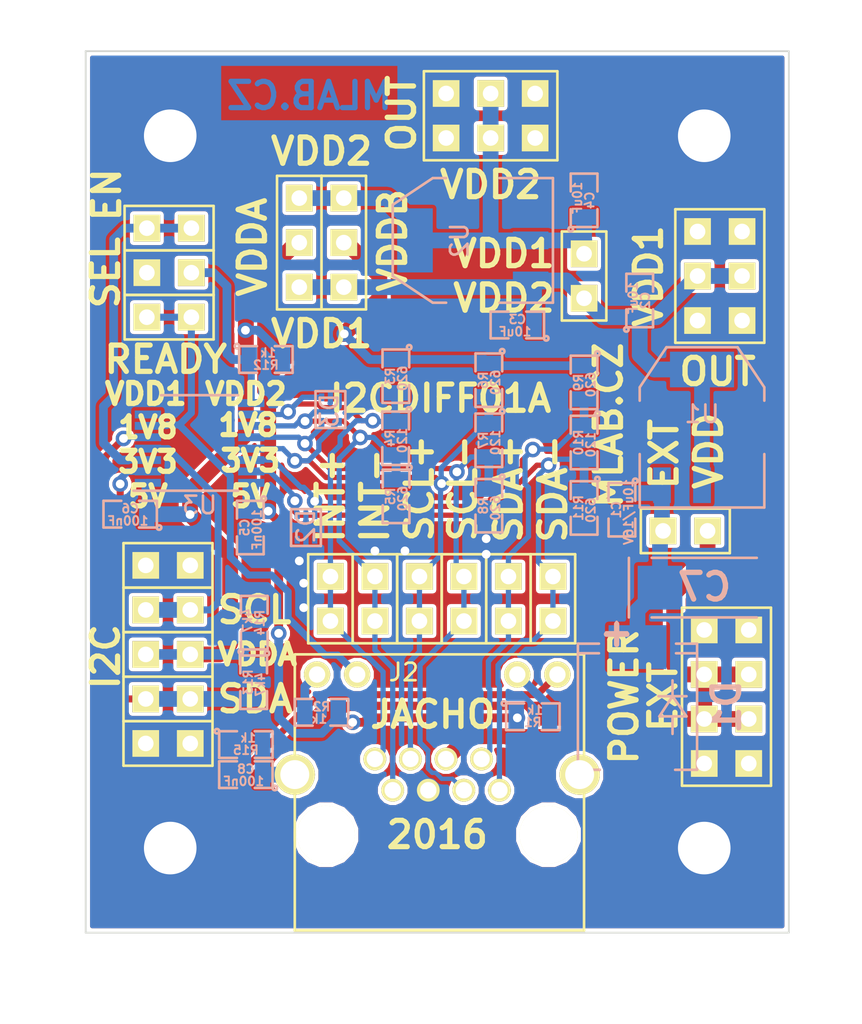
<source format=kicad_pcb>
(kicad_pcb (version 4) (host pcbnew 4.0.1-stable)
  (layers (0 F.Cu signal) (31 B.Cu signal) (34 B.Paste user) (35 F.Paste user) (36 B.SilkS user) (37 F.SilkS user) (38 B.Mask user) (39 F.Mask user) (44 Edge.Cuts user))
  (net 0 "")
  (net 1 VCC)
  (net 2 GND)
  (net 3 /VDD1)
  (net 4 /VDD2)
  (net 5 /VddB)
  (net 6 /VddA)
  (net 7 "Net-(J2-Pad12)")
  (net 8 /READY)
  (net 9 "Net-(J2-Pad10)")
  (net 10 /PIDENT)
  (net 11 /INT+)
  (net 12 /INT-)
  (net 13 /SCL-)
  (net 14 /SCL+)
  (net 15 /SDA+)
  (net 16 /SDA-)
  (net 17 "Net-(J14-Pad2)")
  (net 18 SDA)
  (net 19 SCL)
  (net 20 /EN)
  (net 21 VDD)
  (net 22 "Net-(C8-Pad1)")
  (module "Mlab_CON:RJHSE-5384(RJ45)" (layer F.Cu) (at 13.97 -5.842)
    (fp_text reference J2 (at 4.445 -9.271) (layer F.SilkS))
    (fp_text value RJ45_RJHSE-5384 hide)
    (pad "" np_thru_hole circle (at 0 0) (size 3.3 3.3) (drill 3.3) (layers *.Cu *.Mask F.SilkS))
    (pad "" np_thru_hole circle (at 12.7 0) (size 3.3 3.3) (drill 3.3) (layers *.Cu *.Mask F.SilkS))
    (pad 14 thru_hole circle (at 14.48 -3.43) (size 2.3 2.3) (drill 1.65) (layers *.Cu *.Mask F.SilkS))
    (pad 13 thru_hole circle (at -1.78 -3.43) (size 2.3 2.3) (drill 1.65) (layers *.Cu *.Mask F.SilkS) (net 22 "Net-(C8-Pad1)"))
    (pad 7 thru_hole circle (at 3.81 -2.54) (size 1.3 1.3) (drill 0.93) (layers *.Cu *.Mask F.SilkS) (net 12 /INT-))
    (pad 5 thru_hole circle (at 5.84 -2.54) (size 1.3 1.3) (drill 0.93) (layers *.Cu *.Mask F.SilkS) (net 2 GND))
    (pad 3 thru_hole circle (at 7.87 -2.54) (size 1.3 1.3) (drill 0.93) (layers *.Cu *.Mask F.SilkS) (net 13 /SCL-))
    (pad 1 thru_hole circle (at 9.9 -2.54) (size 1.3 1.3) (drill 0.93) (layers *.Cu *.Mask F.SilkS) (net 16 /SDA-))
    (pad 8 thru_hole circle (at 2.79 -4.32) (size 1.3 1.3) (drill 0.93) (layers *.Cu *.Mask F.SilkS) (net 11 /INT+))
    (pad 6 thru_hole circle (at 4.82 -4.32) (size 1.3 1.3) (drill 0.93) (layers *.Cu *.Mask F.SilkS) (net 14 /SCL+))
    (pad 4 thru_hole circle (at 6.85 -4.32) (size 1.3 1.3) (drill 0.93) (layers *.Cu *.Mask F.SilkS) (net 1 VCC))
    (pad 2 thru_hole circle (at 8.88 -4.32) (size 1.3 1.3) (drill 0.93) (layers *.Cu *.Mask F.SilkS) (net 15 /SDA+))
    (pad 9 thru_hole circle (at 13.21 -9.14) (size 1.5 1.5) (drill 0.93) (layers *.Cu *.Mask F.SilkS) (net 10 /PIDENT))
    (pad 10 thru_hole circle (at 10.92 -9.14) (size 1.5 1.5) (drill 0.93) (layers *.Cu *.Mask F.SilkS) (net 9 "Net-(J2-Pad10)"))
    (pad 11 thru_hole circle (at 1.78 -9.14) (size 1.5 1.5) (drill 0.93) (layers *.Cu *.Mask F.SilkS) (net 8 /READY))
    (pad 12 thru_hole circle (at -0.51 -9.14) (size 1.5 1.5) (drill 0.93) (layers *.Cu *.Mask F.SilkS) (net 7 "Net-(J2-Pad12)"))
  )
  (module Mlab_Pin_Headers:Straight_2x04 (layer F.Cu) (at 36.83 -13.716)
    (fp_text reference J1 hide)
    (fp_text value JUMP_4X2 hide)
    (pad 1 thru_hole rect (at -1.27 -3.81) (size 1.524 1.524) (drill 0.889) (layers *.Cu *.Mask F.SilkS) (net 2 GND))
    (pad 2 thru_hole rect (at 1.27 -3.81) (size 1.524 1.524) (drill 0.889) (layers *.Cu *.Mask F.SilkS) (net 2 GND))
    (pad 3 thru_hole rect (at -1.27 -1.27) (size 1.524 1.524) (drill 0.889) (layers *.Cu *.Mask F.SilkS) (net 1 VCC))
    (pad 4 thru_hole rect (at 1.27 -1.27) (size 1.524 1.524) (drill 0.889) (layers *.Cu *.Mask F.SilkS) (net 1 VCC))
    (pad 5 thru_hole rect (at -1.27 1.27) (size 1.524 1.524) (drill 0.889) (layers *.Cu *.Mask F.SilkS) (net 1 VCC))
    (pad 6 thru_hole rect (at 1.27 1.27) (size 1.524 1.524) (drill 0.889) (layers *.Cu *.Mask F.SilkS) (net 1 VCC))
    (pad 7 thru_hole rect (at -1.27 3.81) (size 1.524 1.524) (drill 0.889) (layers *.Cu *.Mask F.SilkS) (net 2 GND))
    (pad 8 thru_hole rect (at 1.27 3.81) (size 1.524 1.524) (drill 0.889) (layers *.Cu *.Mask F.SilkS) (net 2 GND))
  )
  (module MLAB_R:SMD-0805 (layer B.Cu) (at 30.861 -24.384 270)
    (fp_text reference C1 (at 0 0.3175 270) (layer B.SilkS) (effects (font (size 0.50038 0.50038) (thickness 0.10922)) (justify mirror)))
    (fp_text value 10uF/16V (at 0.127 -0.381 270) (layer B.SilkS) (effects (font (size 0.50038 0.50038) (thickness 0.10922)) (justify mirror)))
    (pad 1 smd rect (at -0.9525 0 270) (size 0.889 1.397) (layers B.Cu B.Paste B.Mask) (net 21 VDD))
    (pad 2 smd rect (at 0.9525 0 270) (size 0.889 1.397) (layers B.Cu B.Paste B.Mask) (net 2 GND))
  )
  (module MLAB_R:SMD-0805 (layer B.Cu) (at 31.877 -36.322 90)
    (fp_text reference C2 (at 0 0.3175 90) (layer B.SilkS) (effects (font (size 0.50038 0.50038) (thickness 0.10922)) (justify mirror)))
    (fp_text value 10uF (at 0.127 -0.381 90) (layer B.SilkS) (effects (font (size 0.50038 0.50038) (thickness 0.10922)) (justify mirror)))
    (pad 1 smd rect (at -0.9525 0 90) (size 0.889 1.397) (layers B.Cu B.Paste B.Mask) (net 3 /VDD1))
    (pad 2 smd rect (at 0.9525 0 90) (size 0.889 1.397) (layers B.Cu B.Paste B.Mask) (net 2 GND))
  )
  (module MLAB_R:SMD-0805 (layer B.Cu) (at 24.892 -34.925 180)
    (fp_text reference C3 (at 0 0.3175 180) (layer B.SilkS) (effects (font (size 0.50038 0.50038) (thickness 0.10922)) (justify mirror)))
    (fp_text value 10uF (at 0.127 -0.381 180) (layer B.SilkS) (effects (font (size 0.50038 0.50038) (thickness 0.10922)) (justify mirror)))
    (pad 1 smd rect (at -0.9525 0 180) (size 0.889 1.397) (layers B.Cu B.Paste B.Mask) (net 3 /VDD1))
    (pad 2 smd rect (at 0.9525 0 180) (size 0.889 1.397) (layers B.Cu B.Paste B.Mask) (net 2 GND))
  )
  (module MLAB_R:SMD-0805 (layer B.Cu) (at 28.702 -42.037 90)
    (fp_text reference C4 (at 0 0.3175 90) (layer B.SilkS) (effects (font (size 0.50038 0.50038) (thickness 0.10922)) (justify mirror)))
    (fp_text value 10uF (at 0.127 -0.381 90) (layer B.SilkS) (effects (font (size 0.50038 0.50038) (thickness 0.10922)) (justify mirror)))
    (pad 1 smd rect (at -0.9525 0 90) (size 0.889 1.397) (layers B.Cu B.Paste B.Mask) (net 4 /VDD2))
    (pad 2 smd rect (at 0.9525 0 90) (size 0.889 1.397) (layers B.Cu B.Paste B.Mask) (net 2 GND))
  )
  (module MLAB_R:SMD-0805 (layer B.Cu) (at 2.794 -24.13 180)
    (fp_text reference C6 (at 0 0.3175 180) (layer B.SilkS) (effects (font (size 0.50038 0.50038) (thickness 0.10922)) (justify mirror)))
    (fp_text value 100nF (at 0.127 -0.381 180) (layer B.SilkS) (effects (font (size 0.50038 0.50038) (thickness 0.10922)) (justify mirror)))
    (pad 1 smd rect (at -0.9525 0 180) (size 0.889 1.397) (layers B.Cu B.Paste B.Mask) (net 6 /VddA))
    (pad 2 smd rect (at 0.9525 0 180) (size 0.889 1.397) (layers B.Cu B.Paste B.Mask) (net 2 GND))
  )
  (module Mlab_Pin_Headers:Straight_2x01 (layer F.Cu) (at 14.224 -19.304 90)
    (fp_text reference J4 hide)
    (fp_text value JUMP_2x1 hide)
    (pad 1 thru_hole rect (at -1.27 0 90) (size 1.524 1.524) (drill 0.889) (layers *.Cu *.Mask F.SilkS) (net 11 /INT+))
    (pad 2 thru_hole rect (at 1.27 0 90) (size 1.524 1.524) (drill 0.889) (layers *.Cu *.Mask F.SilkS) (net 11 /INT+))
  )
  (module Mlab_Pin_Headers:Straight_2x01 (layer F.Cu) (at 16.764 -19.304 90)
    (fp_text reference J5 hide)
    (fp_text value JUMP_2x1 hide)
    (pad 1 thru_hole rect (at -1.27 0 90) (size 1.524 1.524) (drill 0.889) (layers *.Cu *.Mask F.SilkS) (net 12 /INT-))
    (pad 2 thru_hole rect (at 1.27 0 90) (size 1.524 1.524) (drill 0.889) (layers *.Cu *.Mask F.SilkS) (net 12 /INT-))
  )
  (module Mlab_Pin_Headers:Straight_2x01 (layer F.Cu) (at 19.304 -19.304 90)
    (fp_text reference J6 hide)
    (fp_text value JUMP_2x1 hide)
    (pad 1 thru_hole rect (at -1.27 0 90) (size 1.524 1.524) (drill 0.889) (layers *.Cu *.Mask F.SilkS) (net 14 /SCL+))
    (pad 2 thru_hole rect (at 1.27 0 90) (size 1.524 1.524) (drill 0.889) (layers *.Cu *.Mask F.SilkS) (net 14 /SCL+))
  )
  (module Mlab_Pin_Headers:Straight_2x01 (layer F.Cu) (at 21.844 -19.304 90)
    (fp_text reference J7 hide)
    (fp_text value JUMP_2x1 hide)
    (pad 1 thru_hole rect (at -1.27 0 90) (size 1.524 1.524) (drill 0.889) (layers *.Cu *.Mask F.SilkS) (net 13 /SCL-))
    (pad 2 thru_hole rect (at 1.27 0 90) (size 1.524 1.524) (drill 0.889) (layers *.Cu *.Mask F.SilkS) (net 13 /SCL-))
  )
  (module Mlab_Pin_Headers:Straight_2x01 (layer F.Cu) (at 24.384 -19.304 90)
    (fp_text reference J8 hide)
    (fp_text value JUMP_2x1 hide)
    (pad 1 thru_hole rect (at -1.27 0 90) (size 1.524 1.524) (drill 0.889) (layers *.Cu *.Mask F.SilkS) (net 15 /SDA+))
    (pad 2 thru_hole rect (at 1.27 0 90) (size 1.524 1.524) (drill 0.889) (layers *.Cu *.Mask F.SilkS) (net 15 /SDA+))
  )
  (module Mlab_Pin_Headers:Straight_2x01 (layer F.Cu) (at 26.924 -19.304 90)
    (fp_text reference J9 hide)
    (fp_text value JUMP_2x1 hide)
    (pad 1 thru_hole rect (at -1.27 0 90) (size 1.524 1.524) (drill 0.889) (layers *.Cu *.Mask F.SilkS) (net 16 /SDA-))
    (pad 2 thru_hole rect (at 1.27 0 90) (size 1.524 1.524) (drill 0.889) (layers *.Cu *.Mask F.SilkS) (net 16 /SDA-))
  )
  (module Mlab_Pin_Headers:Straight_2x03 (layer F.Cu) (at 36.449 -37.719)
    (fp_text reference J10 hide)
    (fp_text value JUMP_3X2 hide)
    (pad 1 thru_hole rect (at -1.27 -2.54) (size 1.524 1.524) (drill 0.889) (layers *.Cu *.Mask F.SilkS) (net 2 GND))
    (pad 2 thru_hole rect (at 1.27 -2.54) (size 1.524 1.524) (drill 0.889) (layers *.Cu *.Mask F.SilkS) (net 2 GND))
    (pad 3 thru_hole rect (at -1.27 0) (size 1.524 1.524) (drill 0.889) (layers *.Cu *.Mask F.SilkS) (net 3 /VDD1))
    (pad 4 thru_hole rect (at 1.27 0) (size 1.524 1.524) (drill 0.889) (layers *.Cu *.Mask F.SilkS) (net 3 /VDD1))
    (pad 5 thru_hole rect (at -1.27 2.54) (size 1.524 1.524) (drill 0.889) (layers *.Cu *.Mask F.SilkS) (net 2 GND))
    (pad 6 thru_hole rect (at 1.27 2.54) (size 1.524 1.524) (drill 0.889) (layers *.Cu *.Mask F.SilkS) (net 2 GND))
  )
  (module Mlab_Pin_Headers:Straight_2x01 (layer F.Cu) (at 28.702 -37.719 270)
    (fp_text reference J11 hide)
    (fp_text value JUMP2_2x1 hide)
    (pad 1 thru_hole rect (at -1.27 0 270) (size 1.524 1.524) (drill 0.889) (layers *.Cu *.Mask F.SilkS) (net 4 /VDD2))
    (pad 2 thru_hole rect (at 1.27 0 270) (size 1.524 1.524) (drill 0.889) (layers *.Cu *.Mask F.SilkS) (net 3 /VDD1))
  )
  (module Mlab_Pin_Headers:Straight_1x03 (layer F.Cu) (at 14.986 -39.624)
    (fp_text reference J12 hide)
    (fp_text value CONN_3 hide)
    (pad 3 thru_hole rect (at 0 2.54) (size 1.524 1.524) (drill 0.889) (layers *.Cu *.Mask F.SilkS) (net 3 /VDD1))
    (pad 2 thru_hole rect (at 0 0) (size 1.524 1.524) (drill 0.889) (layers *.Cu *.Mask F.SilkS) (net 5 /VddB))
    (pad 1 thru_hole rect (at 0 -2.54) (size 1.524 1.524) (drill 0.889) (layers *.Cu *.Mask F.SilkS) (net 4 /VDD2))
  )
  (module Mlab_Pin_Headers:Straight_2x03 (layer F.Cu) (at 23.368 -46.863 90)
    (fp_text reference J13 hide)
    (fp_text value JUMP_3X2 hide)
    (pad 1 thru_hole rect (at -1.27 -2.54 90) (size 1.524 1.524) (drill 0.889) (layers *.Cu *.Mask F.SilkS) (net 2 GND))
    (pad 2 thru_hole rect (at 1.27 -2.54 90) (size 1.524 1.524) (drill 0.889) (layers *.Cu *.Mask F.SilkS) (net 2 GND))
    (pad 3 thru_hole rect (at -1.27 0 90) (size 1.524 1.524) (drill 0.889) (layers *.Cu *.Mask F.SilkS) (net 4 /VDD2))
    (pad 4 thru_hole rect (at 1.27 0 90) (size 1.524 1.524) (drill 0.889) (layers *.Cu *.Mask F.SilkS) (net 4 /VDD2))
    (pad 5 thru_hole rect (at -1.27 2.54 90) (size 1.524 1.524) (drill 0.889) (layers *.Cu *.Mask F.SilkS) (net 2 GND))
    (pad 6 thru_hole rect (at 1.27 2.54 90) (size 1.524 1.524) (drill 0.889) (layers *.Cu *.Mask F.SilkS) (net 2 GND))
  )
  (module Mlab_Pin_Headers:Straight_2x01 (layer F.Cu) (at 5.0165 -37.9095)
    (fp_text reference J14 hide)
    (fp_text value JUMP2_2x1 hide)
    (pad 1 thru_hole rect (at -1.27 0) (size 1.524 1.524) (drill 0.889) (layers *.Cu *.Mask F.SilkS) (net 2 GND))
    (pad 2 thru_hole rect (at 1.27 0) (size 1.524 1.524) (drill 0.889) (layers *.Cu *.Mask F.SilkS) (net 17 "Net-(J14-Pad2)"))
  )
  (module Mlab_Pin_Headers:Straight_1x02 (layer F.Cu) (at 5.0165 -40.4495 90)
    (fp_text reference J16 hide)
    (fp_text value EN hide)
    (pad 2 thru_hole rect (at 0 1.27 90) (size 1.524 1.524) (drill 0.889) (layers *.Cu *.Mask F.SilkS) (net 20 /EN))
    (pad 1 thru_hole rect (at 0 -1.27 90) (size 1.524 1.524) (drill 0.889) (layers *.Cu *.Mask F.SilkS) (net 20 /EN))
  )
  (module Mlab_Pin_Headers:Straight_1x02 (layer F.Cu) (at 4.953 -21.209 90)
    (fp_text reference J19 hide)
    (fp_text value JUMP_2x1 hide)
    (pad 2 thru_hole rect (at 0 1.27 90) (size 1.524 1.524) (drill 0.889) (layers *.Cu *.Mask F.SilkS) (net 2 GND))
    (pad 1 thru_hole rect (at 0 -1.27 90) (size 1.524 1.524) (drill 0.889) (layers *.Cu *.Mask F.SilkS) (net 2 GND))
  )
  (module Mlab_Pin_Headers:Straight_1x02 (layer F.Cu) (at 4.953 -13.589 90)
    (fp_text reference J20 hide)
    (fp_text value JUMP_2x1 hide)
    (pad 2 thru_hole rect (at 0 1.27 90) (size 1.524 1.524) (drill 0.889) (layers *.Cu *.Mask F.SilkS) (net 18 SDA))
    (pad 1 thru_hole rect (at 0 -1.27 90) (size 1.524 1.524) (drill 0.889) (layers *.Cu *.Mask F.SilkS) (net 18 SDA))
  )
  (module Mlab_Pin_Headers:Straight_1x02 (layer F.Cu) (at 4.953 -16.129 90)
    (fp_text reference J21 hide)
    (fp_text value JUMP_2x1 hide)
    (pad 2 thru_hole rect (at 0 1.27 90) (size 1.524 1.524) (drill 0.889) (layers *.Cu *.Mask F.SilkS) (net 6 /VddA))
    (pad 1 thru_hole rect (at 0 -1.27 90) (size 1.524 1.524) (drill 0.889) (layers *.Cu *.Mask F.SilkS) (net 6 /VddA))
  )
  (module Mlab_Pin_Headers:Straight_1x02 (layer F.Cu) (at 4.953 -18.669 90)
    (fp_text reference J22 hide)
    (fp_text value JUMP_2x1 hide)
    (pad 2 thru_hole rect (at 0 1.27 90) (size 1.524 1.524) (drill 0.889) (layers *.Cu *.Mask F.SilkS) (net 19 SCL))
    (pad 1 thru_hole rect (at 0 -1.27 90) (size 1.524 1.524) (drill 0.889) (layers *.Cu *.Mask F.SilkS) (net 19 SCL))
  )
  (module Mlab_Pin_Headers:Straight_1x02 (layer F.Cu) (at 4.953 -11.049 90)
    (fp_text reference J23 hide)
    (fp_text value JUMP_2x1 hide)
    (pad 2 thru_hole rect (at 0 1.27 90) (size 1.524 1.524) (drill 0.889) (layers *.Cu *.Mask F.SilkS) (net 2 GND))
    (pad 1 thru_hole rect (at 0 -1.27 90) (size 1.524 1.524) (drill 0.889) (layers *.Cu *.Mask F.SilkS) (net 2 GND))
  )
  (module Mlab_Mechanical:MountingHole_3mm (layer F.Cu) (at 5.08 -45.72)
    (fp_text reference M1 hide)
    (fp_text value HOLE hide)
    (pad 1 thru_hole circle (at 0 0) (size 6 6) (drill 3) (layers *.Cu *.Adhes *.Mask) (net 2 GND) (clearance 1))
  )
  (module Mlab_Mechanical:MountingHole_3mm (layer F.Cu) (at 35.56 -5.08)
    (fp_text reference M2 hide)
    (fp_text value HOLE hide)
    (pad 1 thru_hole circle (at 0 0) (size 6 6) (drill 3) (layers *.Cu *.Adhes *.Mask) (net 2 GND) (clearance 1))
  )
  (module Mlab_Mechanical:MountingHole_3mm (layer F.Cu) (at 5.08 -5.08)
    (fp_text reference M3 hide)
    (fp_text value HOLE hide)
    (pad 1 thru_hole circle (at 0 0) (size 6 6) (drill 3) (layers *.Cu *.Adhes *.Mask) (net 2 GND) (clearance 1))
  )
  (module Mlab_Mechanical:MountingHole_3mm (layer F.Cu) (at 35.56 -45.72)
    (fp_text reference M4 hide)
    (fp_text value HOLE hide)
    (pad 1 thru_hole circle (at 0 0) (size 6 6) (drill 3) (layers *.Cu *.Adhes *.Mask) (net 2 GND) (clearance 1))
  )
  (module MLAB_R:SMD-0805 (layer B.Cu) (at 25.781 -12.573)
    (fp_text reference R1 (at 0 0.3175) (layer B.SilkS) (effects (font (size 0.50038 0.50038) (thickness 0.10922)) (justify mirror)))
    (fp_text value 1k (at 0.127 -0.381) (layer B.SilkS) (effects (font (size 0.50038 0.50038) (thickness 0.10922)) (justify mirror)))
    (pad 1 smd rect (at -0.9525 0) (size 0.889 1.397) (layers B.Cu B.Paste B.Mask) (net 5 /VddB))
    (pad 2 smd rect (at 0.9525 0) (size 0.889 1.397) (layers B.Cu B.Paste B.Mask) (net 9 "Net-(J2-Pad10)"))
  )
  (module MLAB_R:SMD-0805 (layer B.Cu) (at 13.716 -12.827 180)
    (fp_text reference R2 (at 0 0.3175 180) (layer B.SilkS) (effects (font (size 0.50038 0.50038) (thickness 0.10922)) (justify mirror)))
    (fp_text value 1k (at 0.127 -0.381 180) (layer B.SilkS) (effects (font (size 0.50038 0.50038) (thickness 0.10922)) (justify mirror)))
    (pad 1 smd rect (at -0.9525 0 180) (size 0.889 1.397) (layers B.Cu B.Paste B.Mask) (net 5 /VddB))
    (pad 2 smd rect (at 0.9525 0 180) (size 0.889 1.397) (layers B.Cu B.Paste B.Mask) (net 7 "Net-(J2-Pad12)"))
  )
  (module MLAB_R:SMD-0805 (layer B.Cu) (at 17.9578 -32.004 270)
    (fp_text reference R3 (at 0 0.3175 270) (layer B.SilkS) (effects (font (size 0.50038 0.50038) (thickness 0.10922)) (justify mirror)))
    (fp_text value 620 (at 0.127 -0.381 270) (layer B.SilkS) (effects (font (size 0.50038 0.50038) (thickness 0.10922)) (justify mirror)))
    (pad 1 smd rect (at -0.9525 0 270) (size 0.889 1.397) (layers B.Cu B.Paste B.Mask) (net 5 /VddB))
    (pad 2 smd rect (at 0.9525 0 270) (size 0.889 1.397) (layers B.Cu B.Paste B.Mask) (net 11 /INT+))
  )
  (module MLAB_R:SMD-0805 (layer B.Cu) (at 17.9451 -28.4607 270)
    (fp_text reference R4 (at 0 0.3175 270) (layer B.SilkS) (effects (font (size 0.50038 0.50038) (thickness 0.10922)) (justify mirror)))
    (fp_text value 120 (at 0.127 -0.381 270) (layer B.SilkS) (effects (font (size 0.50038 0.50038) (thickness 0.10922)) (justify mirror)))
    (pad 1 smd rect (at -0.9525 0 270) (size 0.889 1.397) (layers B.Cu B.Paste B.Mask) (net 11 /INT+))
    (pad 2 smd rect (at 0.9525 0 270) (size 0.889 1.397) (layers B.Cu B.Paste B.Mask) (net 12 /INT-))
  )
  (module MLAB_R:SMD-0805 (layer B.Cu) (at 17.9705 -25.146 270)
    (fp_text reference R5 (at 0 0.3175 270) (layer B.SilkS) (effects (font (size 0.50038 0.50038) (thickness 0.10922)) (justify mirror)))
    (fp_text value 620 (at 0.127 -0.381 270) (layer B.SilkS) (effects (font (size 0.50038 0.50038) (thickness 0.10922)) (justify mirror)))
    (pad 1 smd rect (at -0.9525 0 270) (size 0.889 1.397) (layers B.Cu B.Paste B.Mask) (net 12 /INT-))
    (pad 2 smd rect (at 0.9525 0 270) (size 0.889 1.397) (layers B.Cu B.Paste B.Mask) (net 2 GND))
  )
  (module MLAB_R:SMD-0805 (layer B.Cu) (at 23.2664 -31.7754 270)
    (fp_text reference R6 (at 0 0.3175 270) (layer B.SilkS) (effects (font (size 0.50038 0.50038) (thickness 0.10922)) (justify mirror)))
    (fp_text value 620 (at 0.127 -0.381 270) (layer B.SilkS) (effects (font (size 0.50038 0.50038) (thickness 0.10922)) (justify mirror)))
    (pad 1 smd rect (at -0.9525 0 270) (size 0.889 1.397) (layers B.Cu B.Paste B.Mask) (net 5 /VddB))
    (pad 2 smd rect (at 0.9525 0 270) (size 0.889 1.397) (layers B.Cu B.Paste B.Mask) (net 14 /SCL+))
  )
  (module MLAB_R:SMD-0805 (layer B.Cu) (at 23.2664 -28.3464 270)
    (fp_text reference R7 (at 0 0.3175 270) (layer B.SilkS) (effects (font (size 0.50038 0.50038) (thickness 0.10922)) (justify mirror)))
    (fp_text value 120 (at 0.127 -0.381 270) (layer B.SilkS) (effects (font (size 0.50038 0.50038) (thickness 0.10922)) (justify mirror)))
    (pad 1 smd rect (at -0.9525 0 270) (size 0.889 1.397) (layers B.Cu B.Paste B.Mask) (net 14 /SCL+))
    (pad 2 smd rect (at 0.9525 0 270) (size 0.889 1.397) (layers B.Cu B.Paste B.Mask) (net 13 /SCL-))
  )
  (module MLAB_R:SMD-0805 (layer B.Cu) (at 23.2664 -24.6126 270)
    (fp_text reference R8 (at 0 0.3175 270) (layer B.SilkS) (effects (font (size 0.50038 0.50038) (thickness 0.10922)) (justify mirror)))
    (fp_text value 620 (at 0.127 -0.381 270) (layer B.SilkS) (effects (font (size 0.50038 0.50038) (thickness 0.10922)) (justify mirror)))
    (pad 1 smd rect (at -0.9525 0 270) (size 0.889 1.397) (layers B.Cu B.Paste B.Mask) (net 13 /SCL-))
    (pad 2 smd rect (at 0.9525 0 270) (size 0.889 1.397) (layers B.Cu B.Paste B.Mask) (net 2 GND))
  )
  (module MLAB_R:SMD-0805 (layer B.Cu) (at 28.702 -31.6484 270)
    (fp_text reference R9 (at 0 0.3175 270) (layer B.SilkS) (effects (font (size 0.50038 0.50038) (thickness 0.10922)) (justify mirror)))
    (fp_text value 620 (at 0.127 -0.381 270) (layer B.SilkS) (effects (font (size 0.50038 0.50038) (thickness 0.10922)) (justify mirror)))
    (pad 1 smd rect (at -0.9525 0 270) (size 0.889 1.397) (layers B.Cu B.Paste B.Mask) (net 5 /VddB))
    (pad 2 smd rect (at 0.9525 0 270) (size 0.889 1.397) (layers B.Cu B.Paste B.Mask) (net 15 /SDA+))
  )
  (module MLAB_R:SMD-0805 (layer B.Cu) (at 28.702 -28.2194 270)
    (fp_text reference R10 (at 0 0.3175 270) (layer B.SilkS) (effects (font (size 0.50038 0.50038) (thickness 0.10922)) (justify mirror)))
    (fp_text value 120 (at 0.127 -0.381 270) (layer B.SilkS) (effects (font (size 0.50038 0.50038) (thickness 0.10922)) (justify mirror)))
    (pad 1 smd rect (at -0.9525 0 270) (size 0.889 1.397) (layers B.Cu B.Paste B.Mask) (net 15 /SDA+))
    (pad 2 smd rect (at 0.9525 0 270) (size 0.889 1.397) (layers B.Cu B.Paste B.Mask) (net 16 /SDA-))
  )
  (module MLAB_R:SMD-0805 (layer B.Cu) (at 28.702 -24.4856 270)
    (fp_text reference R11 (at 0 0.3175 270) (layer B.SilkS) (effects (font (size 0.50038 0.50038) (thickness 0.10922)) (justify mirror)))
    (fp_text value 620 (at 0.127 -0.381 270) (layer B.SilkS) (effects (font (size 0.50038 0.50038) (thickness 0.10922)) (justify mirror)))
    (pad 1 smd rect (at -0.9525 0 270) (size 0.889 1.397) (layers B.Cu B.Paste B.Mask) (net 16 /SDA-))
    (pad 2 smd rect (at 0.9525 0 270) (size 0.889 1.397) (layers B.Cu B.Paste B.Mask) (net 2 GND))
  )
  (module MLAB_R:SMD-0805 (layer B.Cu) (at 10.541 -32.9565)
    (fp_text reference R12 (at 0 0.3175) (layer B.SilkS) (effects (font (size 0.50038 0.50038) (thickness 0.10922)) (justify mirror)))
    (fp_text value 1k (at 0.127 -0.381) (layer B.SilkS) (effects (font (size 0.50038 0.50038) (thickness 0.10922)) (justify mirror)))
    (pad 1 smd rect (at -0.9525 0) (size 0.889 1.397) (layers B.Cu B.Paste B.Mask) (net 17 "Net-(J14-Pad2)"))
    (pad 2 smd rect (at 0.9525 0) (size 0.889 1.397) (layers B.Cu B.Paste B.Mask) (net 6 /VddA))
  )
  (module MLAB_R:SMD-0805 (layer B.Cu) (at 9.87552 -17.94002 90)
    (fp_text reference R14 (at 0 0.3175 90) (layer B.SilkS) (effects (font (size 0.50038 0.50038) (thickness 0.10922)) (justify mirror)))
    (fp_text value 4k7 (at 0.127 -0.381 90) (layer B.SilkS) (effects (font (size 0.50038 0.50038) (thickness 0.10922)) (justify mirror)))
    (pad 1 smd rect (at -0.9525 0 90) (size 0.889 1.397) (layers B.Cu B.Paste B.Mask) (net 6 /VddA))
    (pad 2 smd rect (at 0.9525 0 90) (size 0.889 1.397) (layers B.Cu B.Paste B.Mask) (net 19 SCL))
  )
  (module MLAB_IO:SOT-223 (layer B.Cu) (at 35.433 -29.083 180)
    (fp_text reference U1 (at 0 0.762 180) (layer B.SilkS) (effects (justify mirror)))
    (fp_text value "LM1117 5V" hide)
    (pad 4 smd rect (at 0 3.302 180) (size 3.6576 2.032) (layers B.Cu B.Paste B.Mask) (net 3 /VDD1))
    (pad 2 smd rect (at 0 -3.302 180) (size 1.016 2.032) (layers B.Cu B.Paste B.Mask) (net 3 /VDD1))
    (pad 3 smd rect (at 2.286 -3.302 180) (size 1.016 2.032) (layers B.Cu B.Paste B.Mask) (net 21 VDD))
    (pad 1 smd rect (at -2.286 -3.302 180) (size 1.016 2.032) (layers B.Cu B.Paste B.Mask) (net 2 GND))
  )
  (module MLAB_IO:SOT-223 (layer B.Cu) (at 22.352 -39.751 270)
    (fp_text reference U2 (at 0 0.762 270) (layer B.SilkS) (effects (justify mirror)))
    (fp_text value "LM1117 3V3")
    (pad 4 smd rect (at 0 3.302 270) (size 3.6576 2.032) (layers B.Cu B.Paste B.Mask) (net 4 /VDD2))
    (pad 2 smd rect (at 0 -3.302 270) (size 1.016 2.032) (layers B.Cu B.Paste B.Mask) (net 4 /VDD2))
    (pad 3 smd rect (at 2.286 -3.302 270) (size 1.016 2.032) (layers B.Cu B.Paste B.Mask) (net 3 /VDD1))
    (pad 1 smd rect (at -2.286 -3.302 270) (size 1.016 2.032) (layers B.Cu B.Paste B.Mask) (net 2 GND))
  )
  (module Housings_SSOP:TSSOP-16_4.4x5mm_Pitch0.65mm (layer B.Cu) (at 6.7564 -28.194)
    (fp_text reference U3 (at 0 3.55) (layer B.SilkS) (effects (justify mirror)))
    (fp_text value PCA9616)
    (pad 1 smd rect (at -2.95 2.275) (size 1.5 0.45) (layers B.Cu B.Paste B.Mask) (net 6 /VddA))
    (pad 2 smd rect (at -2.95 1.625) (size 1.5 0.45) (layers B.Cu B.Paste B.Mask) (net 18 SDA))
    (pad 3 smd rect (at -2.95 0.975) (size 1.5 0.45) (layers B.Cu B.Paste B.Mask) (net 20 /EN))
    (pad 4 smd rect (at -2.95 0.325) (size 1.5 0.45) (layers B.Cu B.Paste B.Mask) (net 19 SCL))
    (pad 5 smd rect (at -2.95 -0.325) (size 1.5 0.45) (layers B.Cu B.Paste B.Mask) (net 10 /PIDENT))
    (pad 6 smd rect (at -2.95 -0.975) (size 1.5 0.45) (layers B.Cu B.Paste B.Mask) (net 8 /READY))
    (pad 7 smd rect (at -2.95 -1.625) (size 1.5 0.45) (layers B.Cu B.Paste B.Mask))
    (pad 8 smd rect (at -2.95 -2.275) (size 1.5 0.45) (layers B.Cu B.Paste B.Mask) (net 2 GND))
    (pad 9 smd rect (at 2.95 -2.275) (size 1.5 0.45) (layers B.Cu B.Paste B.Mask) (net 17 "Net-(J14-Pad2)"))
    (pad 10 smd rect (at 2.95 -1.625) (size 1.5 0.45) (layers B.Cu B.Paste B.Mask) (net 11 /INT+))
    (pad 11 smd rect (at 2.95 -0.975) (size 1.5 0.45) (layers B.Cu B.Paste B.Mask) (net 12 /INT-))
    (pad 12 smd rect (at 2.95 -0.325) (size 1.5 0.45) (layers B.Cu B.Paste B.Mask) (net 13 /SCL-))
    (pad 13 smd rect (at 2.95 0.325) (size 1.5 0.45) (layers B.Cu B.Paste B.Mask) (net 14 /SCL+))
    (pad 14 smd rect (at 2.95 0.975) (size 1.5 0.45) (layers B.Cu B.Paste B.Mask) (net 15 /SDA+))
    (pad 15 smd rect (at 2.95 1.625) (size 1.5 0.45) (layers B.Cu B.Paste B.Mask) (net 16 /SDA-))
    (pad 16 smd rect (at 2.95 2.275) (size 1.5 0.45) (layers B.Cu B.Paste B.Mask) (net 5 /VddB))
  )
  (module MLAB_C:TantalC_SizeC_Reflow (layer B.Cu) (at 35.56 -19.939)
    (fp_text reference C7 (at 0.0127 -0.0381) (layer B.SilkS) (effects (font (thickness 0.3048)) (justify mirror)))
    (fp_text value 47uF hide)
    (fp_text user + (at -4.99872 2.55016) (layer B.SilkS) (effects (font (thickness 0.3048)) (justify mirror)))
    (pad 2 smd rect (at 2.52476 0) (size 2.55016 2.49936) (layers B.Cu B.Paste B.Mask) (net 2 GND))
    (pad 1 smd rect (at -2.52476 0) (size 2.55016 2.49936) (layers B.Cu B.Paste B.Mask) (net 21 VDD))
  )
  (module MLAB_R:SMD-0805 (layer B.Cu) (at 9.652 -23.368 270)
    (fp_text reference C5 (at 0 0.3175 270) (layer B.SilkS) (effects (font (size 0.50038 0.50038) (thickness 0.10922)) (justify mirror)))
    (fp_text value 100nF (at 0.127 -0.381 270) (layer B.SilkS) (effects (font (size 0.50038 0.50038) (thickness 0.10922)) (justify mirror)))
    (pad 1 smd rect (at -0.9525 0 270) (size 0.889 1.397) (layers B.Cu B.Paste B.Mask) (net 5 /VddB))
    (pad 2 smd rect (at 0.9525 0 270) (size 0.889 1.397) (layers B.Cu B.Paste B.Mask) (net 2 GND))
  )
  (module MLAB_IO:SOT-553 (layer B.Cu) (at 12.827 -23.368 90)
    (fp_text reference D2 (at 0.0635 0 90) (layer B.SilkS) (effects (justify mirror)))
    (fp_text value SP1001-04XTG hide)
    (pad 1 smd rect (at -0.70104 0.50038 90) (size 0.44958 0.29972) (layers B.Cu B.Paste B.Mask))
    (pad 3 smd rect (at -0.70104 -0.50038 90) (size 0.44958 0.29972) (layers B.Cu B.Paste B.Mask))
    (pad 5 smd rect (at 0.70104 0.50038 90) (size 0.44958 0.29972) (layers B.Cu B.Paste B.Mask) (net 15 /SDA+))
    (pad 2 smd rect (at -0.70104 0 90) (size 0.44958 0.29972) (layers B.Cu B.Paste B.Mask) (net 2 GND))
    (pad 4 smd rect (at 0.70104 -0.50038 90) (size 0.44958 0.29972) (layers B.Cu B.Paste B.Mask) (net 16 /SDA-))
  )
  (module MLAB_IO:SOT-553 (layer B.Cu) (at 14.224 -30.099 270)
    (fp_text reference D3 (at 0.0635 0.0635 270) (layer B.SilkS) (effects (justify mirror)))
    (fp_text value SP1001-04XTG hide)
    (pad 1 smd rect (at -0.70104 0.50038 270) (size 0.44958 0.29972) (layers B.Cu B.Paste B.Mask) (net 11 /INT+))
    (pad 3 smd rect (at -0.70104 -0.50038 270) (size 0.44958 0.29972) (layers B.Cu B.Paste B.Mask) (net 12 /INT-))
    (pad 5 smd rect (at 0.70104 0.50038 270) (size 0.44958 0.29972) (layers B.Cu B.Paste B.Mask) (net 13 /SCL-))
    (pad 2 smd rect (at -0.70104 0 270) (size 0.44958 0.29972) (layers B.Cu B.Paste B.Mask) (net 2 GND))
    (pad 4 smd rect (at 0.70104 -0.50038 270) (size 0.44958 0.29972) (layers B.Cu B.Paste B.Mask) (net 14 /SCL+))
  )
  (module Mlab_Pin_Headers:Straight_1x03 (layer F.Cu) (at 12.446 -39.624)
    (fp_text reference J15 hide)
    (fp_text value CONN_3 hide)
    (pad 3 thru_hole rect (at 0 2.54) (size 1.524 1.524) (drill 0.889) (layers *.Cu *.Mask F.SilkS) (net 3 /VDD1))
    (pad 2 thru_hole rect (at 0 0) (size 1.524 1.524) (drill 0.889) (layers *.Cu *.Mask F.SilkS) (net 6 /VddA))
    (pad 1 thru_hole rect (at 0 -2.54) (size 1.524 1.524) (drill 0.889) (layers *.Cu *.Mask F.SilkS) (net 4 /VDD2))
  )
  (module Mlab_Pin_Headers:Straight_2x01 (layer F.Cu) (at 34.4805 -23.1775)
    (fp_text reference J17 hide)
    (fp_text value JUMP2_2x1 hide)
    (pad 1 thru_hole rect (at -1.27 0) (size 1.524 1.524) (drill 0.889) (layers *.Cu *.Mask F.SilkS) (net 21 VDD))
    (pad 2 thru_hole rect (at 1.27 0) (size 1.524 1.524) (drill 0.889) (layers *.Cu *.Mask F.SilkS) (net 1 VCC))
  )
  (module MLAB_R:SMD-0805 (layer B.Cu) (at 9.8425 -14.5415 270)
    (fp_text reference R13 (at 0 0.3175 270) (layer B.SilkS) (effects (font (size 0.50038 0.50038) (thickness 0.10922)) (justify mirror)))
    (fp_text value 4k7 (at 0.127 -0.381 270) (layer B.SilkS) (effects (font (size 0.50038 0.50038) (thickness 0.10922)) (justify mirror)))
    (pad 1 smd rect (at -0.9525 0 270) (size 0.889 1.397) (layers B.Cu B.Paste B.Mask) (net 6 /VddA))
    (pad 2 smd rect (at 0.9525 0 270) (size 0.889 1.397) (layers B.Cu B.Paste B.Mask) (net 18 SDA))
  )
  (module Mlab_Pin_Headers:Straight_1x02 (layer F.Cu) (at 5.0165 -35.3695 90)
    (fp_text reference J3 hide)
    (fp_text value JUMP_2x1 hide)
    (pad 2 thru_hole rect (at 0 1.27 90) (size 1.524 1.524) (drill 0.889) (layers *.Cu *.Mask F.SilkS) (net 8 /READY))
    (pad 1 thru_hole rect (at 0 -1.27 90) (size 1.524 1.524) (drill 0.889) (layers *.Cu *.Mask F.SilkS) (net 8 /READY))
  )
  (module Mlab_R:SMD-0805 (layer B.Cu) (at 9.398 -9.271 180)
    (fp_text reference C8 (at 0 0.3175 180) (layer B.SilkS) (effects (font (size 0.50038 0.50038) (thickness 0.10922)) (justify mirror)))
    (fp_text value 100nF (at 0.127 -0.381 180) (layer B.SilkS) (effects (font (size 0.50038 0.50038) (thickness 0.10922)) (justify mirror)))
    (pad 1 smd rect (at -0.9525 0 180) (size 0.889 1.397) (layers B.Cu B.Paste B.Mask) (net 22 "Net-(C8-Pad1)"))
    (pad 2 smd rect (at 0.9525 0 180) (size 0.889 1.397) (layers B.Cu B.Paste B.Mask) (net 2 GND))
  )
  (module Mlab_R:SMD-0805 (layer B.Cu) (at 9.398 -10.9855)
    (fp_text reference R15 (at 0 0.3175) (layer B.SilkS) (effects (font (size 0.50038 0.50038) (thickness 0.10922)) (justify mirror)))
    (fp_text value 1k (at 0.127 -0.381) (layer B.SilkS) (effects (font (size 0.50038 0.50038) (thickness 0.10922)) (justify mirror)))
    (pad 1 smd rect (at -0.9525 0) (size 0.889 1.397) (layers B.Cu B.Paste B.Mask) (net 2 GND))
    (pad 2 smd rect (at 0.9525 0) (size 0.889 1.397) (layers B.Cu B.Paste B.Mask) (net 22 "Net-(C8-Pad1)"))
  )
  (module Mlab_D:Diode-SMC_Standard (layer B.Cu) (at 31.75 -13.1445 90)
    (fp_text reference D1 (at 0 5.08 90) (layer B.SilkS) (effects (font (thickness 0.3048)) (justify mirror)))
    (fp_text value SMBJ15A-E3/52 hide)
    (pad 1 smd rect (at -3.40106 0) (size 3.29946 2.49936) (layers B.Cu B.Paste B.Mask) (net 2 GND))
    (pad 2 smd rect (at 3.40106 0) (size 3.29946 2.49936) (layers B.Cu B.Paste B.Mask) (net 21 VDD))
  )
  (gr_text SCL- (at 21.7805 -22.4155 90) (layer F.SilkS) (effects (font (size 1.5 1.5) (thickness 0.3)) (justify left)))
  (gr_text SCL+ (at 19.304 -22.4155 90) (layer F.SilkS) (effects (font (size 1.5 1.5) (thickness 0.3)) (justify left)))
  (gr_text 3V3 (at 3.81 -27.1145) (layer F.SilkS) (effects (font (size 1.2 1.2) (thickness 0.3))))
  (gr_text READY (at 4.826 -32.9565) (layer F.SilkS) (effects (font (size 1.5 1.5) (thickness 0.3))))
  (gr_text EXT (at 33.2105 -13.716 90) (layer F.SilkS) (effects (font (size 1.5 1.5) (thickness 0.3))))
  (gr_text 2016 (at 20.32 -5.842) (layer F.SilkS) (effects (font (size 1.5 1.5) (thickness 0.3))))
  (gr_text MLAB.CZ (at 13.0175 -48.006) (layer B.Cu) (effects (font (size 1.5 1.5) (thickness 0.3)) (justify mirror)))
  (gr_text JACHO (at 20.066 -12.7) (layer F.SilkS) (effects (font (size 1.5 1.5) (thickness 0.3))))
  (gr_text 5V (at 9.652 -25.146) (layer F.SilkS) (effects (font (size 1.2 1.2) (thickness 0.3))))
  (gr_text 3V3 (at 9.652 -27.178) (layer F.SilkS) (effects (font (size 1.2 1.2) (thickness 0.3))))
  (gr_text 1V8 (at 9.525 -29.21) (layer F.SilkS) (effects (font (size 1.2 1.2) (thickness 0.3))))
  (gr_text 5V (at 3.81 -25.146) (layer F.SilkS) (effects (font (size 1.2 1.2) (thickness 0.3))))
  (gr_text 1V8 (at 3.81 -29.083) (layer F.SilkS) (effects (font (size 1.2 1.2) (thickness 0.3))))
  (gr_text VDD1 (at 3.683 -30.988) (layer F.SilkS) (effects (font (size 1.2 1.2) (thickness 0.3))))
  (gr_text VDD2 (at 9.398 -30.988) (layer F.SilkS) (effects (font (size 1.2 1.2) (thickness 0.3))))
  (gr_text MLAB.CZ (at 30.099 -29.21 90) (layer F.SilkS) (effects (font (size 1.5 1.5) (thickness 0.3))))
  (gr_text I2CDIFF01A (at 20.5105 -30.734) (layer F.SilkS) (effects (font (size 1.5 1.5) (thickness 0.3))))
  (gr_text VDD2 (at 27.178 -36.449) (layer F.SilkS) (effects (font (size 1.5 1.5) (thickness 0.3)) (justify right)))
  (gr_text VDD1 (at 27.178 -38.989) (layer F.SilkS) (effects (font (size 1.5 1.5) (thickness 0.3)) (justify right)))
  (gr_text VDD (at 35.814 -25.4 90) (layer F.SilkS) (effects (font (size 1.5 1.5) (thickness 0.3)) (justify left)))
  (gr_text EXT (at 33.274 -25.4 90) (layer F.SilkS) (effects (font (size 1.5 1.5) (thickness 0.3)) (justify left)))
  (gr_text SDA (at 7.62 -13.589) (layer F.SilkS) (effects (font (size 1.5 1.5) (thickness 0.3)) (justify left)))
  (gr_text VDDA (at 7.62 -16.129) (layer F.SilkS) (effects (font (size 1.2 1.2) (thickness 0.3)) (justify left)))
  (gr_text SCL (at 7.62 -18.669) (layer F.SilkS) (effects (font (size 1.5 1.5) (thickness 0.3)) (justify left)))
  (gr_text I2C (at 1.397 -16.002 90) (layer F.SilkS) (effects (font (size 1.5 1.5) (thickness 0.3))))
  (gr_text SDA- (at 26.924 -22.352 90) (layer F.SilkS) (effects (font (size 1.5 1.5) (thickness 0.3)) (justify left)))
  (gr_text SDA+ (at 24.384 -22.352 90) (layer F.SilkS) (effects (font (size 1.5 1.5) (thickness 0.3)) (justify left)))
  (gr_text INT- (at 16.764 -22.352 90) (layer F.SilkS) (effects (font (size 1.5 1.5) (thickness 0.3)) (justify left)))
  (gr_text INT+ (at 14.224 -22.352 90) (layer F.SilkS) (effects (font (size 1.5 1.5) (thickness 0.3)) (justify left)))
  (gr_text OUT (at 36.322 -32.258) (layer F.SilkS) (effects (font (size 1.5 1.5) (thickness 0.3))))
  (gr_text OUT (at 18.288 -46.99 90) (layer F.SilkS) (effects (font (size 1.5 1.5) (thickness 0.3))))
  (gr_text POWER (at 30.988 -13.716 90) (layer F.SilkS) (effects (font (size 1.5 1.5) (thickness 0.3))))
  (gr_text VDD1 (at 32.385 -37.719 90) (layer F.SilkS) (effects (font (size 1.5 1.5) (thickness 0.3))))
  (gr_text VDD2 (at 23.368 -42.926) (layer F.SilkS) (effects (font (size 1.5 1.5) (thickness 0.3))))
  (gr_text VDDB (at 17.78 -39.751 90) (layer F.SilkS) (effects (font (size 1.5 1.5) (thickness 0.3))))
  (gr_text VDDA (at 9.779 -39.37 90) (layer F.SilkS) (effects (font (size 1.5 1.5) (thickness 0.3))))
  (gr_text VDD2 (at 13.716 -44.831) (layer F.SilkS) (effects (font (size 1.5 1.5) (thickness 0.3))))
  (gr_text VDD1 (at 13.716 -34.417) (layer F.SilkS) (effects (font (size 1.5 1.5) (thickness 0.3))))
  (gr_text SEL (at 1.397 -37.9095 90) (layer F.SilkS) (effects (font (size 1.5 1.5) (thickness 0.3))))
  (gr_text EN (at 1.4605 -42.3545 90) (layer F.SilkS) (effects (font (size 1.5 1.5) (thickness 0.3))))
  (gr_line (start 0.254 -50.546) (end 0.254 -0.254) (angle 90) (layer Edge.Cuts) (width 0.1))
  (gr_line (start 40.386 -50.546) (end 0.254 -50.546) (angle 90) (layer Edge.Cuts) (width 0.1))
  (gr_line (start 40.386 -0.254) (end 40.386 -50.546) (angle 90) (layer Edge.Cuts) (width 0.1))
  (gr_line (start 0.254 -0.254) (end 40.386 -0.254) (angle 90) (layer Edge.Cuts) (width 0.1))
  (segment (start 24.318897 -11.462001) (end 24.366399 -11.414499) (width 0.9) (layer F.Cu) (net 1))
  (segment (start 20.82 -10.162) (end 22.120001 -11.462001) (width 0.9) (layer F.Cu) (net 1))
  (segment (start 22.120001 -11.462001) (end 24.318897 -11.462001) (width 0.9) (layer F.Cu) (net 1))
  (segment (start 24.366399 -11.414499) (end 32.866499 -11.414499) (width 0.9) (layer F.Cu) (net 1))
  (segment (start 32.866499 -11.414499) (end 33.898 -12.446) (width 0.9) (layer F.Cu) (net 1))
  (segment (start 33.898 -12.446) (end 35.56 -12.446) (width 0.9) (layer F.Cu) (net 1))
  (segment (start 35.56 -12.446) (end 38.1 -12.446) (width 0.9) (layer F.Cu) (net 1))
  (segment (start 35.56 -12.446) (end 35.56 -14.986) (width 0.9) (layer F.Cu) (net 1))
  (segment (start 35.56 -14.986) (end 38.1 -14.986) (width 0.9) (layer F.Cu) (net 1))
  (segment (start 35.7505 -21.5155) (end 35.7505 -23.1775) (width 0.9) (layer F.Cu) (net 1))
  (segment (start 33.8455 -19.6105) (end 35.7505 -21.5155) (width 0.9) (layer F.Cu) (net 1))
  (segment (start 33.8455 -15.494) (end 33.8455 -19.6105) (width 0.9) (layer F.Cu) (net 1))
  (segment (start 34.3535 -14.986) (end 33.8455 -15.494) (width 0.9) (layer F.Cu) (net 1))
  (segment (start 35.56 -14.986) (end 34.3535 -14.986) (width 0.9) (layer F.Cu) (net 1))
  (segment (start 23.114 -22.733) (end 23.124301 -21.854301) (width 0.4) (layer F.Cu) (net 2))
  (segment (start 23.124301 -21.854301) (end 23.114 -21.844) (width 0.4) (layer F.Cu) (net 2))
  (via (at 23.114 -21.844) (size 0.89) (drill 0.5) (layers F.Cu B.Cu) (net 2))
  (segment (start 23.2664 -23.6601) (end 22.8854 -22.9616) (width 0.4) (layer B.Cu) (net 2))
  (segment (start 22.8854 -22.9616) (end 23.114 -22.733) (width 0.4) (layer B.Cu) (net 2))
  (via (at 23.114 -22.733) (size 0.89) (drill 0.5) (layers F.Cu B.Cu) (net 2))
  (segment (start 12.7 -18.796) (end 12.6365 -21.7551) (width 0.3) (layer F.Cu) (net 2))
  (segment (start 12.3063 -21.6027) (end 12.446 -21.463) (width 0.3) (layer B.Cu) (net 2))
  (segment (start 9.652 -22.4155) (end 12.3063 -21.6027) (width 0.3) (layer B.Cu) (net 2))
  (segment (start 12.146001 -21.163001) (end 12.446 -21.463) (width 0.3) (layer F.Cu) (net 2))
  (segment (start 12.6365 -21.7551) (end 12.146001 -21.163001) (width 0.3) (layer F.Cu) (net 2))
  (via (at 12.446 -21.463) (size 0.89) (drill 0.5) (layers F.Cu B.Cu) (net 2))
  (segment (start 12.94638 -19.94662) (end 12.7 -20.193) (width 0.3) (layer B.Cu) (net 2))
  (segment (start 12.7 -18.796) (end 12.94638 -19.94662) (width 0.3) (layer B.Cu) (net 2))
  (via (at 12.7 -20.193) (size 0.89) (drill 0.5) (layers F.Cu B.Cu) (net 2))
  (segment (start 23.2664 -23.6601) (end 23.2664 -23.4569) (width 0.3) (layer B.Cu) (net 2))
  (segment (start 23.2664 -23.4569) (end 22.686566 -21.854301) (width 0.3) (layer B.Cu) (net 2))
  (segment (start 18.4785 -22.0345) (end 16.764 -22.0345) (width 0.3) (layer F.Cu) (net 2))
  (via (at 16.764 -22.0345) (size 0.89) (drill 0.5) (layers F.Cu B.Cu) (net 2))
  (segment (start 17.9705 -24.1935) (end 17.9705 -22.5425) (width 0.3) (layer B.Cu) (net 2))
  (segment (start 17.9705 -22.5425) (end 18.4785 -22.0345) (width 0.3) (layer B.Cu) (net 2))
  (via (at 18.4785 -22.0345) (size 0.89) (drill 0.5) (layers F.Cu B.Cu) (net 2))
  (via (at 12.7 -18.796) (size 0.89) (drill 0.5) (layers F.Cu B.Cu) (net 2))
  (segment (start 31.877 -35.3695) (end 31.877 -33.2122) (width 0.9) (layer B.Cu) (net 3))
  (segment (start 31.877 -33.2122) (end 32.7042 -32.385) (width 0.9) (layer B.Cu) (net 3))
  (segment (start 32.7042 -32.385) (end 35.433 -32.385) (width 0.9) (layer B.Cu) (net 3))
  (segment (start 35.433 -25.781) (end 35.433 -32.385) (width 0.9) (layer B.Cu) (net 3))
  (segment (start 14.986 -37.084) (end 25.273 -37.084) (width 0.9) (layer B.Cu) (net 3))
  (segment (start 25.273 -37.084) (end 25.654 -37.465) (width 0.9) (layer B.Cu) (net 3))
  (segment (start 12.446 -37.084) (end 14.986 -37.084) (width 0.9) (layer B.Cu) (net 3))
  (segment (start 32.8295 -35.3695) (end 31.877 -35.3695) (width 0.9) (layer B.Cu) (net 3))
  (segment (start 35.179 -37.719) (end 32.8295 -35.3695) (width 0.9) (layer B.Cu) (net 3))
  (segment (start 29.7815 -35.3695) (end 28.702 -36.449) (width 0.9) (layer B.Cu) (net 3))
  (segment (start 31.877 -35.3695) (end 29.7815 -35.3695) (width 0.9) (layer B.Cu) (net 3))
  (segment (start 27.686 -37.465) (end 28.702 -36.449) (width 0.9) (layer B.Cu) (net 3))
  (segment (start 25.654 -37.465) (end 27.686 -37.465) (width 0.9) (layer B.Cu) (net 3))
  (segment (start 25.8445 -37.2745) (end 25.654 -37.465) (width 0.9) (layer B.Cu) (net 3))
  (segment (start 25.8445 -34.925) (end 25.8445 -37.2745) (width 0.9) (layer B.Cu) (net 3))
  (segment (start 35.179 -37.719) (end 37.719 -37.719) (width 0.9) (layer B.Cu) (net 3))
  (segment (start 25.654 -39.751) (end 23.368 -39.751) (width 0.9) (layer B.Cu) (net 4))
  (segment (start 23.368 -39.751) (end 19.05 -39.751) (width 0.9) (layer B.Cu) (net 4))
  (segment (start 23.368 -45.593) (end 23.368 -43.931) (width 0.9) (layer B.Cu) (net 4))
  (segment (start 23.368 -43.931) (end 23.368 -39.751) (width 0.9) (layer B.Cu) (net 4))
  (segment (start 19.05 -40.5765) (end 17.4625 -42.164) (width 0.9) (layer B.Cu) (net 4))
  (segment (start 17.4625 -42.164) (end 14.986 -42.164) (width 0.9) (layer B.Cu) (net 4))
  (segment (start 19.05 -39.751) (end 19.05 -40.5765) (width 0.9) (layer B.Cu) (net 4))
  (segment (start 25.654 -39.751) (end 28.687783 -39.751) (width 0.9) (layer B.Cu) (net 4))
  (segment (start 28.687783 -39.751) (end 28.702 -39.765217) (width 0.9) (layer B.Cu) (net 4))
  (segment (start 28.702 -39.765217) (end 28.702 -38.989) (width 0.9) (layer B.Cu) (net 4))
  (segment (start 28.702 -41.0845) (end 28.702 -39.765217) (width 0.9) (layer B.Cu) (net 4))
  (segment (start 23.368 -48.133) (end 23.368 -45.593) (width 0.9) (layer B.Cu) (net 4))
  (segment (start 12.446 -42.164) (end 14.986 -42.164) (width 0.9) (layer B.Cu) (net 4))
  (segment (start 24.262675 -12.5095) (end 24.892 -12.5095) (width 0.5) (layer F.Cu) (net 5))
  (segment (start 16.377325 -12.5095) (end 24.262675 -12.5095) (width 0.5) (layer F.Cu) (net 5))
  (via (at 24.892 -12.5095) (size 0.89) (drill 0.5) (layers F.Cu B.Cu) (net 5))
  (segment (start 16.123325 -12.2555) (end 16.377325 -12.5095) (width 0.5) (layer F.Cu) (net 5))
  (segment (start 15.494 -12.2555) (end 16.123325 -12.2555) (width 0.5) (layer F.Cu) (net 5))
  (segment (start 24.8285 -12.573) (end 24.892 -12.5095) (width 0.5) (layer B.Cu) (net 5))
  (segment (start 14.986 -12.2555) (end 15.069736 -12.2555) (width 0.5) (layer B.Cu) (net 5))
  (segment (start 14.6685 -12.573) (end 14.986 -12.2555) (width 0.5) (layer B.Cu) (net 5))
  (segment (start 15.069736 -12.2555) (end 15.494 -12.2555) (width 0.5) (layer B.Cu) (net 5))
  (via (at 15.494 -12.2555) (size 0.89) (drill 0.5) (layers F.Cu B.Cu) (net 5))
  (segment (start 14.6685 -12.827) (end 14.6685 -12.573) (width 0.5) (layer B.Cu) (net 5))
  (segment (start 14.588738 -34.417) (end 10.673078 -30.50134) (width 0.9) (layer F.Cu) (net 5))
  (segment (start 15.013002 -34.417) (end 14.588738 -34.417) (width 0.9) (layer F.Cu) (net 5))
  (segment (start 11.27252 -17.33296) (end 11.27252 -23.703278) (width 0.5) (layer F.Cu) (net 5))
  (segment (start 9.652 -24.3205) (end 9.66978 -24.30272) (width 0.9) (layer B.Cu) (net 5))
  (segment (start 10.248814 -24.30272) (end 10.673078 -24.30272) (width 0.9) (layer B.Cu) (net 5))
  (segment (start 10.673078 -30.50134) (end 10.673078 -24.726984) (width 0.9) (layer F.Cu) (net 5))
  (segment (start 10.973077 -24.002721) (end 10.673078 -24.30272) (width 0.5) (layer F.Cu) (net 5))
  (segment (start 10.673078 -24.726984) (end 10.673078 -24.30272) (width 0.9) (layer F.Cu) (net 5))
  (segment (start 9.66978 -24.30272) (end 10.248814 -24.30272) (width 0.9) (layer B.Cu) (net 5))
  (segment (start 11.27252 -23.703278) (end 10.973077 -24.002721) (width 0.5) (layer F.Cu) (net 5))
  (via (at 10.673078 -24.30272) (size 0.89) (drill 0.5) (layers F.Cu B.Cu) (net 5))
  (segment (start 11.27252 -16.908696) (end 11.27252 -17.33296) (width 0.5) (layer B.Cu) (net 5))
  (segment (start 11.27252 -12.524656) (end 11.27252 -16.908696) (width 0.5) (layer B.Cu) (net 5))
  (segment (start 13.724 -11.6285) (end 12.168676 -11.6285) (width 0.5) (layer B.Cu) (net 5))
  (segment (start 14.6685 -12.573) (end 13.724 -11.6285) (width 0.5) (layer B.Cu) (net 5))
  (segment (start 12.168676 -11.6285) (end 11.27252 -12.524656) (width 0.5) (layer B.Cu) (net 5))
  (via (at 11.27252 -17.33296) (size 0.89) (drill 0.5) (layers F.Cu B.Cu) (net 5))
  (segment (start 9.7064 -25.919) (end 9.7064 -24.3749) (width 0.25) (layer B.Cu) (net 5))
  (segment (start 9.7064 -24.3749) (end 9.652 -24.3205) (width 0.25) (layer B.Cu) (net 5))
  (segment (start 28.702 -32.6009) (end 23.3934 -32.6009) (width 0.5) (layer B.Cu) (net 5))
  (segment (start 23.3934 -32.6009) (end 23.2664 -32.7279) (width 0.5) (layer B.Cu) (net 5))
  (segment (start 17.9578 -32.9565) (end 23.0378 -32.9565) (width 0.5) (layer B.Cu) (net 5))
  (segment (start 23.0378 -32.9565) (end 23.2664 -32.7279) (width 0.5) (layer B.Cu) (net 5))
  (segment (start 17.9578 -32.9565) (end 16.473502 -32.9565) (width 0.5) (layer B.Cu) (net 5))
  (via (at 15.013002 -34.417) (size 0.89) (drill 0.5) (layers F.Cu B.Cu) (net 5))
  (segment (start 16.473502 -32.9565) (end 15.013002 -34.417) (width 0.5) (layer B.Cu) (net 5))
  (segment (start 17.018 -37.746002) (end 17.018 -36.421998) (width 0.9) (layer F.Cu) (net 5))
  (segment (start 17.018 -36.421998) (end 15.013002 -34.417) (width 0.9) (layer F.Cu) (net 5))
  (segment (start 14.986 -39.624) (end 15.140002 -39.624) (width 0.9) (layer F.Cu) (net 5))
  (segment (start 15.140002 -39.624) (end 17.018 -37.746002) (width 0.9) (layer F.Cu) (net 5))
  (segment (start 9.652 -24.3205) (end 9.652 -25.665) (width 0.9) (layer B.Cu) (net 5))
  (segment (start 9.652 -25.665) (end 9.680999 -25.693999) (width 0.9) (layer B.Cu) (net 5))
  (segment (start 9.680999 -25.693999) (end 9.7064 -25.693999) (width 0.9) (layer B.Cu) (net 5))
  (segment (start 8.498949 -21.823572) (end 6.512839 -23.809682) (width 0.9) (layer F.Cu) (net 6))
  (segment (start 8.498949 -16.742949) (end 8.498949 -21.823572) (width 0.9) (layer F.Cu) (net 6))
  (segment (start 7.885 -16.129) (end 8.498949 -16.742949) (width 0.9) (layer F.Cu) (net 6))
  (segment (start 6.223 -16.129) (end 7.885 -16.129) (width 0.9) (layer F.Cu) (net 6))
  (segment (start 6.192521 -24.13) (end 6.21284 -24.109681) (width 0.9) (layer B.Cu) (net 6))
  (segment (start 6.512839 -23.809682) (end 6.21284 -24.109681) (width 0.9) (layer F.Cu) (net 6))
  (segment (start 3.7465 -24.13) (end 6.192521 -24.13) (width 0.9) (layer B.Cu) (net 6))
  (via (at 6.21284 -24.109681) (size 0.89) (drill 0.5) (layers F.Cu B.Cu) (net 6))
  (segment (start 9.398 -34.63964) (end 9.398 -28.67152) (width 0.9) (layer F.Cu) (net 6))
  (segment (start 9.398 -28.67152) (end 6.21284 -25.48636) (width 0.9) (layer F.Cu) (net 6))
  (segment (start 6.21284 -25.48636) (end 6.21284 -24.15032) (width 0.9) (layer F.Cu) (net 6))
  (segment (start 9.796864 -34.625278) (end 9.3726 -34.625278) (width 0.5) (layer B.Cu) (net 6))
  (segment (start 10.078722 -34.625278) (end 9.796864 -34.625278) (width 0.5) (layer B.Cu) (net 6))
  (segment (start 11.4935 -33.2105) (end 10.078722 -34.625278) (width 0.5) (layer B.Cu) (net 6))
  (segment (start 11.4935 -32.9565) (end 11.4935 -33.2105) (width 0.5) (layer B.Cu) (net 6))
  (segment (start 9.386962 -34.63964) (end 9.3726 -34.625278) (width 0.5) (layer F.Cu) (net 6))
  (segment (start 9.398 -34.63964) (end 9.386962 -34.63964) (width 0.5) (layer F.Cu) (net 6))
  (via (at 9.3726 -34.625278) (size 0.89) (drill 0.5) (layers F.Cu B.Cu) (net 6))
  (segment (start 8.70204 -16.129) (end 9.017 -16.129) (width 0.6) (layer B.Cu) (net 6))
  (segment (start 6.223 -16.129) (end 8.70204 -16.129) (width 0.6) (layer B.Cu) (net 6))
  (segment (start 8.70204 -16.129) (end 9.2075 -16.129) (width 0.6) (layer B.Cu) (net 6))
  (segment (start 9.2075 -16.129) (end 9.8425 -15.494) (width 0.6) (layer B.Cu) (net 6))
  (segment (start 9.017 -16.129) (end 9.87552 -16.98752) (width 0.6) (layer B.Cu) (net 6))
  (segment (start 9.398 -36.730002) (end 9.398 -34.63964) (width 0.9) (layer F.Cu) (net 6))
  (segment (start 12.446 -39.624) (end 12.291998 -39.624) (width 0.9) (layer F.Cu) (net 6))
  (segment (start 12.291998 -39.624) (end 9.398 -36.730002) (width 0.9) (layer F.Cu) (net 6))
  (segment (start 3.7465 -24.13) (end 3.7465 -25.784099) (width 0.6) (layer B.Cu) (net 6))
  (segment (start 3.7465 -25.784099) (end 3.8064 -25.843999) (width 0.6) (layer B.Cu) (net 6))
  (segment (start 3.8735 -24.257) (end 3.7465 -24.13) (width 0.6) (layer B.Cu) (net 6))
  (segment (start 6.223 -16.129) (end 3.683 -16.129) (width 0.6) (layer B.Cu) (net 6))
  (segment (start 12.7635 -12.827) (end 12.7635 -14.2855) (width 0.5) (layer B.Cu) (net 7))
  (segment (start 12.7635 -14.2855) (end 13.46 -14.982) (width 0.5) (layer B.Cu) (net 7))
  (segment (start 6.2865 -35.3695) (end 3.7465 -35.3695) (width 0.4) (layer B.Cu) (net 8))
  (segment (start 5.594714 -29.223288) (end 6.2865 -29.915074) (width 0.4) (layer B.Cu) (net 8))
  (segment (start 6.2865 -29.915074) (end 6.2865 -35.3695) (width 0.4) (layer B.Cu) (net 8))
  (segment (start 13.925783 -16.088215) (end 14.643785 -16.088215) (width 0.4) (layer B.Cu) (net 8))
  (segment (start 5.594714 -29.223288) (end 8.509 -26.309002) (width 0.4) (layer B.Cu) (net 8))
  (segment (start 8.509 -26.309002) (end 8.509 -21.695498) (width 0.4) (layer B.Cu) (net 8))
  (segment (start 11.811 -18.202998) (end 13.925783 -16.088215) (width 0.4) (layer B.Cu) (net 8))
  (segment (start 4.876401 -29.193999) (end 4.90569 -29.223288) (width 0.4) (layer B.Cu) (net 8))
  (segment (start 8.509 -21.695498) (end 9.547997 -20.656501) (width 0.4) (layer B.Cu) (net 8))
  (segment (start 15.000001 -15.731999) (end 15.75 -14.982) (width 0.4) (layer B.Cu) (net 8))
  (segment (start 14.643785 -16.088215) (end 15.000001 -15.731999) (width 0.4) (layer B.Cu) (net 8))
  (segment (start 11.811 -19.706502) (end 11.811 -18.202998) (width 0.4) (layer B.Cu) (net 8))
  (segment (start 9.547997 -20.656501) (end 10.861001 -20.656501) (width 0.4) (layer B.Cu) (net 8))
  (segment (start 4.90569 -29.223288) (end 5.594714 -29.223288) (width 0.4) (layer B.Cu) (net 8))
  (segment (start 3.831399 -29.193999) (end 4.876401 -29.193999) (width 0.4) (layer B.Cu) (net 8))
  (segment (start 3.8064 -29.169) (end 3.831399 -29.193999) (width 0.4) (layer B.Cu) (net 8))
  (segment (start 10.861001 -20.656501) (end 11.811 -19.706502) (width 0.4) (layer B.Cu) (net 8))
  (segment (start 26.7335 -12.573) (end 26.7335 -13.1385) (width 0.5) (layer B.Cu) (net 9))
  (segment (start 26.7335 -13.1385) (end 24.89 -14.982) (width 0.5) (layer B.Cu) (net 9))
  (segment (start 1.380039 -26.035) (end 1.380039 -23.893999) (width 0.4) (layer F.Cu) (net 10))
  (segment (start 1.380039 -26.257721) (end 1.380039 -26.035) (width 0.4) (layer F.Cu) (net 10))
  (segment (start 1.380039 -26.035) (end 1.380039 -27.415039) (width 0.4) (layer F.Cu) (net 10))
  (segment (start 1.380039 -27.415039) (end 2.413 -28.448) (width 0.4) (layer F.Cu) (net 10))
  (segment (start 3.8064 -28.519) (end 2.484 -28.519) (width 0.3) (layer B.Cu) (net 10))
  (segment (start 2.484 -28.519) (end 2.413 -28.448) (width 0.3) (layer B.Cu) (net 10))
  (via (at 2.413 -28.448) (size 0.89) (drill 0.5) (layers F.Cu B.Cu) (net 10))
  (segment (start 1.525038 -10.96296) (end 1.525038 -23.749) (width 0.4) (layer F.Cu) (net 10))
  (segment (start 1.380039 -23.893999) (end 1.525038 -23.749) (width 0.4) (layer F.Cu) (net 10))
  (segment (start 9.398 -9.652) (end 2.835998 -9.652) (width 0.4) (layer F.Cu) (net 10))
  (segment (start 26.029999 -13.831999) (end 13.577999 -13.831999) (width 0.4) (layer F.Cu) (net 10))
  (segment (start 13.577999 -13.831999) (end 9.398 -9.652) (width 0.4) (layer F.Cu) (net 10))
  (segment (start 27.18 -14.982) (end 26.029999 -13.831999) (width 0.4) (layer F.Cu) (net 10))
  (segment (start 2.835998 -9.652) (end 1.525038 -10.96296) (width 0.4) (layer F.Cu) (net 10))
  (segment (start 16.637 -29.464) (end 16.007675 -29.464) (width 0.3) (layer F.Cu) (net 11))
  (segment (start 12.255999 -30.416999) (end 11.811 -29.972) (width 0.3) (layer F.Cu) (net 11))
  (segment (start 16.007675 -29.464) (end 15.263973 -30.207702) (width 0.3) (layer F.Cu) (net 11))
  (segment (start 15.263973 -30.207702) (end 13.716 -30.207702) (width 0.3) (layer F.Cu) (net 11))
  (segment (start 13.716 -30.207702) (end 13.506703 -30.416999) (width 0.3) (layer F.Cu) (net 11))
  (segment (start 13.506703 -30.416999) (end 12.255999 -30.416999) (width 0.3) (layer F.Cu) (net 11))
  (segment (start 16.637 -29.464) (end 15.704374 -29.464) (width 0.3) (layer B.Cu) (net 11))
  (segment (start 15.704374 -29.464) (end 14.77687 -28.536496) (width 0.3) (layer B.Cu) (net 11))
  (segment (start 14.77687 -28.536496) (end 14.77687 -28.067) (width 0.3) (layer B.Cu) (net 11))
  (segment (start 14.77687 -28.067) (end 14.224 -27.51413) (width 0.3) (layer B.Cu) (net 11))
  (segment (start 14.224 -27.51413) (end 14.224 -20.574) (width 0.3) (layer B.Cu) (net 11))
  (segment (start 17.9451 -29.4132) (end 16.6878 -29.4132) (width 0.3) (layer B.Cu) (net 11))
  (segment (start 16.6878 -29.4132) (end 16.637 -29.464) (width 0.3) (layer B.Cu) (net 11))
  (segment (start 11.811 -29.972) (end 12.63904 -30.80004) (width 0.3) (layer B.Cu) (net 11))
  (segment (start 12.63904 -30.80004) (end 13.72362 -30.80004) (width 0.3) (layer B.Cu) (net 11))
  (segment (start 9.7064 -29.819) (end 11.658 -29.819) (width 0.3) (layer B.Cu) (net 11))
  (segment (start 11.658 -29.819) (end 11.811 -29.972) (width 0.3) (layer B.Cu) (net 11))
  (segment (start 13.013917 -30.80004) (end 13.22362 -30.80004) (width 0.3) (layer B.Cu) (net 11))
  (segment (start 13.22362 -30.80004) (end 13.72362 -30.80004) (width 0.3) (layer B.Cu) (net 11))
  (via (at 16.637 -29.464) (size 0.89) (drill 0.5) (layers F.Cu B.Cu) (net 11))
  (segment (start 17.9451 -29.4132) (end 17.6911 -29.4132) (width 0.3) (layer B.Cu) (net 11))
  (via (at 11.811 -29.972) (size 0.89) (drill 0.5) (layers F.Cu B.Cu) (net 11))
  (segment (start 17.6911 -29.4132) (end 17.621654 -29.343754) (width 0.3) (layer B.Cu) (net 11))
  (segment (start 14.224 -18.034) (end 14.224 -20.574) (width 0.3) (layer B.Cu) (net 11))
  (segment (start 18.1991 -29.4132) (end 17.9451 -29.4132) (width 0.3) (layer B.Cu) (net 11))
  (segment (start 16.76 -10.162) (end 17.230001 -10.632001) (width 0.3) (layer B.Cu) (net 11))
  (segment (start 16.175999 -16.082001) (end 14.224 -18.034) (width 0.3) (layer B.Cu) (net 11))
  (segment (start 17.230001 -10.632001) (end 17.230001 -15.130001) (width 0.3) (layer B.Cu) (net 11))
  (segment (start 17.230001 -15.130001) (end 16.278001 -16.082001) (width 0.3) (layer B.Cu) (net 11))
  (segment (start 16.278001 -16.082001) (end 16.175999 -16.082001) (width 0.3) (layer B.Cu) (net 11))
  (segment (start 17.9451 -29.4132) (end 17.9451 -31.0388) (width 0.5) (layer B.Cu) (net 11))
  (segment (start 17.9451 -31.0388) (end 17.9578 -31.0515) (width 0.5) (layer B.Cu) (net 11))
  (segment (start 16.764 -20.574) (end 14.72401 -22.61399) (width 0.3) (layer B.Cu) (net 12))
  (segment (start 14.72401 -22.61399) (end 14.72401 -27.30702) (width 0.3) (layer B.Cu) (net 12))
  (segment (start 14.72401 -27.30702) (end 15.479766 -28.062776) (width 0.3) (layer B.Cu) (net 12))
  (segment (start 15.479766 -28.06279) (end 15.924765 -28.507789) (width 0.3) (layer B.Cu) (net 12))
  (segment (start 15.479766 -28.062776) (end 15.479766 -28.06279) (width 0.3) (layer B.Cu) (net 12))
  (segment (start 14.732 -29.436956) (end 12.775132 -29.436956) (width 0.3) (layer F.Cu) (net 12))
  (segment (start 15.924765 -28.507789) (end 14.995598 -29.436956) (width 0.3) (layer F.Cu) (net 12))
  (segment (start 14.995598 -29.436956) (end 14.732 -29.436956) (width 0.3) (layer F.Cu) (net 12))
  (segment (start 17.6911 -27.5082) (end 16.691511 -28.507789) (width 0.3) (layer B.Cu) (net 12))
  (segment (start 16.691511 -28.507789) (end 15.924765 -28.507789) (width 0.3) (layer B.Cu) (net 12))
  (segment (start 17.9451 -27.5082) (end 17.6911 -27.5082) (width 0.3) (layer B.Cu) (net 12))
  (segment (start 14.72438 -30.80004) (end 14.72438 -30.27525) (width 0.3) (layer B.Cu) (net 12))
  (segment (start 13.310927 -29.972751) (end 13.220131 -29.881955) (width 0.3) (layer B.Cu) (net 12))
  (segment (start 14.72438 -30.27525) (end 14.421881 -29.972751) (width 0.3) (layer B.Cu) (net 12))
  (segment (start 14.421881 -29.972751) (end 13.310927 -29.972751) (width 0.3) (layer B.Cu) (net 12))
  (segment (start 13.220131 -29.881955) (end 12.775132 -29.436956) (width 0.3) (layer B.Cu) (net 12))
  (segment (start 9.7064 -29.169) (end 12.184602 -29.169) (width 0.3) (layer B.Cu) (net 12))
  (segment (start 12.184602 -29.169) (end 12.452558 -29.436956) (width 0.3) (layer B.Cu) (net 12))
  (segment (start 12.452558 -29.436956) (end 12.775132 -29.436956) (width 0.3) (layer B.Cu) (net 12))
  (via (at 15.924765 -28.507789) (size 0.89) (drill 0.5) (layers F.Cu B.Cu) (net 12))
  (via (at 12.775132 -29.436956) (size 0.89) (drill 0.5) (layers F.Cu B.Cu) (net 12))
  (segment (start 17.9705 -26.0985) (end 17.9705 -27.4828) (width 0.5) (layer B.Cu) (net 12))
  (segment (start 17.6911 -27.5082) (end 17.602198 -27.5082) (width 0.3) (layer B.Cu) (net 12))
  (segment (start 16.764 -20.574) (end 16.108401 -21.229599) (width 0.3) (layer B.Cu) (net 12))
  (segment (start 16.764 -18.034) (end 16.764 -20.574) (width 0.3) (layer B.Cu) (net 12))
  (segment (start 18.1991 -27.5082) (end 17.9451 -27.5082) (width 0.3) (layer B.Cu) (net 12))
  (segment (start 17.9705 -27.4828) (end 17.9451 -27.5082) (width 0.5) (layer B.Cu) (net 12))
  (segment (start 17.78 -15.357806) (end 16.764 -16.373806) (width 0.3) (layer B.Cu) (net 12))
  (segment (start 16.764 -16.373806) (end 16.764 -18.034) (width 0.3) (layer B.Cu) (net 12))
  (segment (start 17.78 -8.382) (end 17.78 -15.357806) (width 0.3) (layer B.Cu) (net 12))
  (segment (start 17.9578 -27.4955) (end 17.9451 -27.5082) (width 0.5) (layer B.Cu) (net 12))
  (segment (start 21.443851 -26.542524) (end 21.252875 -26.7335) (width 0.3) (layer F.Cu) (net 13))
  (segment (start 21.252875 -26.7335) (end 14.197574 -26.7335) (width 0.3) (layer F.Cu) (net 13))
  (segment (start 14.197574 -26.7335) (end 12.770702 -28.160372) (width 0.3) (layer F.Cu) (net 13))
  (segment (start 9.7064 -28.519) (end 12.412074 -28.519) (width 0.3) (layer B.Cu) (net 13))
  (segment (start 12.412074 -28.519) (end 12.770702 -28.160372) (width 0.3) (layer B.Cu) (net 13))
  (segment (start 13.72362 -29.39796) (end 13.72362 -29.113304) (width 0.3) (layer B.Cu) (net 13))
  (segment (start 13.72362 -29.113304) (end 12.770702 -28.160386) (width 0.3) (layer B.Cu) (net 13))
  (segment (start 12.770702 -28.160386) (end 12.770702 -28.160372) (width 0.3) (layer B.Cu) (net 13))
  (segment (start 21.844 -20.574) (end 21.3995 -21.0185) (width 0.3) (layer B.Cu) (net 13))
  (segment (start 21.3995 -21.0185) (end 21.3995 -26.498173) (width 0.3) (layer B.Cu) (net 13))
  (segment (start 21.3995 -26.498173) (end 21.443851 -26.542524) (width 0.3) (layer B.Cu) (net 13))
  (segment (start 23.2664 -27.3939) (end 22.2504 -27.3939) (width 0.3) (layer B.Cu) (net 13))
  (segment (start 22.2504 -27.3939) (end 21.399024 -26.542524) (width 0.3) (layer B.Cu) (net 13))
  (segment (start 21.399024 -26.542524) (end 21.443851 -26.542524) (width 0.3) (layer B.Cu) (net 13))
  (via (at 21.443851 -26.542524) (size 0.89) (drill 0.5) (layers F.Cu B.Cu) (net 13))
  (via (at 12.770702 -28.160372) (size 0.89) (drill 0.5) (layers F.Cu B.Cu) (net 13))
  (segment (start 23.2664 -27.3939) (end 22.9616 -27.3939) (width 0.3) (layer B.Cu) (net 13))
  (segment (start 23.2664 -25.5651) (end 23.2664 -27.3939) (width 0.5) (layer B.Cu) (net 13))
  (segment (start 19.790001 -10.642001) (end 19.790001 -9.618119) (width 0.25) (layer B.Cu) (net 13))
  (segment (start 19.790001 -9.618119) (end 20.033581 -9.374539) (width 0.25) (layer B.Cu) (net 13))
  (segment (start 20.033581 -9.374539) (end 20.236781 -9.374539) (width 0.25) (layer B.Cu) (net 13))
  (segment (start 21.84 -8.382) (end 21.190001 -9.031999) (width 0.25) (layer B.Cu) (net 13))
  (segment (start 21.190001 -9.031999) (end 20.579321 -9.031999) (width 0.25) (layer B.Cu) (net 13))
  (segment (start 20.579321 -9.031999) (end 20.236781 -9.374539) (width 0.25) (layer B.Cu) (net 13))
  (segment (start 19.339999 -11.092003) (end 19.790001 -10.642001) (width 0.3) (layer B.Cu) (net 13))
  (segment (start 19.339999 -15.529999) (end 19.339999 -11.092003) (width 0.3) (layer B.Cu) (net 13))
  (segment (start 21.844 -18.034) (end 21.844 -20.574) (width 0.3) (layer B.Cu) (net 13))
  (segment (start 19.339999 -15.529999) (end 19.692908 -15.882908) (width 0.3) (layer B.Cu) (net 13))
  (segment (start 19.692908 -15.882908) (end 21.844 -18.034) (width 0.3) (layer B.Cu) (net 13))
  (segment (start 11.520582 -27.869) (end 11.520582 -27.849418) (width 0.3) (layer B.Cu) (net 14))
  (segment (start 11.520582 -27.849418) (end 12.192 -27.178) (width 0.3) (layer B.Cu) (net 14))
  (segment (start 14.72438 -29.39796) (end 14.474 -29.39796) (width 0.3) (layer B.Cu) (net 14))
  (segment (start 14.474 -29.39796) (end 14.474 -29.156564) (width 0.3) (layer B.Cu) (net 14))
  (segment (start 14.474 -29.156564) (end 13.565703 -28.248267) (width 0.3) (layer B.Cu) (net 14))
  (segment (start 13.565703 -28.248267) (end 13.565703 -27.778771) (width 0.3) (layer B.Cu) (net 14))
  (segment (start 13.565703 -27.778771) (end 12.964932 -27.178) (width 0.3) (layer B.Cu) (net 14))
  (segment (start 12.964932 -27.178) (end 12.192 -27.178) (width 0.3) (layer B.Cu) (net 14))
  (via (at 12.192 -27.178) (size 0.89) (drill 0.5) (layers F.Cu B.Cu) (net 14))
  (segment (start 20.569627 -25.875237) (end 20.219364 -26.2255) (width 0.3) (layer F.Cu) (net 14))
  (segment (start 12.821325 -27.178) (end 12.192 -27.178) (width 0.3) (layer F.Cu) (net 14))
  (segment (start 20.219364 -26.2255) (end 13.97 -26.2255) (width 0.3) (layer F.Cu) (net 14))
  (segment (start 13.97 -26.2255) (end 13.023175 -27.172325) (width 0.3) (layer F.Cu) (net 14))
  (segment (start 13.023175 -27.172325) (end 12.827 -27.172325) (width 0.3) (layer F.Cu) (net 14))
  (segment (start 12.827 -27.172325) (end 12.821325 -27.178) (width 0.3) (layer F.Cu) (net 14))
  (segment (start 9.7064 -27.869) (end 11.520582 -27.869) (width 0.3) (layer B.Cu) (net 14))
  (segment (start 19.304 -20.574) (end 20.5105 -21.7805) (width 0.3) (layer B.Cu) (net 14))
  (segment (start 20.5105 -21.7805) (end 20.5105 -25.81611) (width 0.3) (layer B.Cu) (net 14))
  (segment (start 20.5105 -25.81611) (end 20.569627 -25.875237) (width 0.3) (layer B.Cu) (net 14))
  (segment (start 20.569627 -25.875237) (end 20.569627 -26.240127) (width 0.3) (layer B.Cu) (net 14))
  (segment (start 20.569627 -26.240127) (end 20.545372 -26.264382) (width 0.3) (layer B.Cu) (net 14))
  (segment (start 20.545372 -26.264382) (end 20.545372 -26.768372) (width 0.3) (layer B.Cu) (net 14))
  (segment (start 20.545372 -26.768372) (end 22.733 -28.956) (width 0.3) (layer B.Cu) (net 14))
  (segment (start 22.733 -28.956) (end 23.2664 -28.956) (width 0.3) (layer B.Cu) (net 14))
  (segment (start 23.2664 -28.956) (end 23.2664 -29.2989) (width 0.3) (layer B.Cu) (net 14))
  (via (at 20.569627 -25.875237) (size 0.89) (drill 0.5) (layers F.Cu B.Cu) (net 14))
  (segment (start 23.2664 -29.2989) (end 23.0124 -29.2989) (width 0.3) (layer B.Cu) (net 14))
  (segment (start 19.304 -18.034) (end 19.304 -20.574) (width 0.3) (layer B.Cu) (net 14))
  (segment (start 18.79 -15.757817) (end 19.304 -16.271817) (width 0.3) (layer B.Cu) (net 14))
  (segment (start 18.79 -10.162) (end 18.79 -15.757817) (width 0.3) (layer B.Cu) (net 14))
  (segment (start 19.304 -16.271817) (end 19.304 -18.034) (width 0.3) (layer B.Cu) (net 14))
  (segment (start 9.7064 -27.869) (end 9.781399 -27.943999) (width 0.3) (layer B.Cu) (net 14))
  (segment (start 23.2664 -29.2989) (end 23.2664 -30.8229) (width 0.5) (layer B.Cu) (net 14))
  (segment (start 13.3223 -24.8666) (end 13.6144 -24.5745) (width 0.3) (layer F.Cu) (net 15))
  (segment (start 13.6144 -24.5745) (end 22.950933 -24.5745) (width 0.3) (layer F.Cu) (net 15))
  (segment (start 22.950933 -24.5745) (end 25.17344 -26.797007) (width 0.3) (layer F.Cu) (net 15))
  (segment (start 25.17344 -26.797007) (end 25.17344 -27.214186) (width 0.3) (layer F.Cu) (net 15))
  (segment (start 25.17344 -27.214186) (end 25.776627 -27.817373) (width 0.3) (layer F.Cu) (net 15))
  (segment (start 25.527 -22.86) (end 25.527 -25.654) (width 0.3) (layer B.Cu) (net 15))
  (segment (start 25.527 -25.654) (end 25.331628 -25.849372) (width 0.3) (layer B.Cu) (net 15))
  (segment (start 25.331628 -25.849372) (end 25.331628 -27.372374) (width 0.3) (layer B.Cu) (net 15))
  (segment (start 25.331628 -27.372374) (end 25.776627 -27.817373) (width 0.3) (layer B.Cu) (net 15))
  (segment (start 25.776627 -27.817373) (end 26.141517 -27.817373) (width 0.3) (layer B.Cu) (net 15))
  (segment (start 26.141517 -27.817373) (end 26.165772 -27.841628) (width 0.3) (layer B.Cu) (net 15))
  (segment (start 26.165772 -27.841628) (end 27.117728 -27.841628) (width 0.3) (layer B.Cu) (net 15))
  (segment (start 27.117728 -27.841628) (end 28.448 -29.1719) (width 0.3) (layer B.Cu) (net 15))
  (segment (start 28.448 -29.1719) (end 28.702 -29.1719) (width 0.3) (layer B.Cu) (net 15))
  (segment (start 13.3223 -24.8666) (end 13.3223 -25.042442) (width 0.3) (layer B.Cu) (net 15))
  (segment (start 13.3223 -25.042442) (end 12.703141 -25.661601) (width 0.3) (layer B.Cu) (net 15))
  (segment (start 12.703141 -25.661601) (end 12.527313 -25.661601) (width 0.3) (layer B.Cu) (net 15))
  (segment (start 13.32738 -24.06904) (end 13.32738 -24.86152) (width 0.3) (layer B.Cu) (net 15))
  (segment (start 13.32738 -24.86152) (end 13.3223 -24.8666) (width 0.3) (layer B.Cu) (net 15))
  (segment (start 9.7064 -27.219) (end 10.969914 -27.219) (width 0.3) (layer B.Cu) (net 15))
  (segment (start 10.969914 -27.219) (end 12.527313 -25.661601) (width 0.3) (layer B.Cu) (net 15))
  (segment (start 24.384 -20.574) (end 24.384 -21.717) (width 0.3) (layer B.Cu) (net 15))
  (segment (start 24.384 -21.717) (end 25.527 -22.86) (width 0.3) (layer B.Cu) (net 15))
  (via (at 25.776627 -27.817373) (size 0.89) (drill 0.5) (layers F.Cu B.Cu) (net 15))
  (via (at 13.3223 -24.8666) (size 0.89) (drill 0.5) (layers F.Cu B.Cu) (net 15))
  (segment (start 24.384 -18.034) (end 24.384 -16.898908) (width 0.3) (layer B.Cu) (net 15))
  (segment (start 23.320001 -15.834909) (end 23.320001 -15.817807) (width 0.3) (layer B.Cu) (net 15))
  (segment (start 24.384 -16.898908) (end 23.320001 -15.834909) (width 0.3) (layer B.Cu) (net 15))
  (segment (start 23.240009 -14.226185) (end 23.320001 -14.146193) (width 0.3) (layer B.Cu) (net 15))
  (segment (start 23.320001 -10.632001) (end 22.85 -10.162) (width 0.3) (layer B.Cu) (net 15))
  (segment (start 23.320001 -15.817807) (end 23.240008 -15.737814) (width 0.3) (layer B.Cu) (net 15))
  (segment (start 23.240008 -15.737814) (end 23.240009 -14.226185) (width 0.3) (layer B.Cu) (net 15))
  (segment (start 23.320001 -14.146193) (end 23.320001 -10.632001) (width 0.3) (layer B.Cu) (net 15))
  (segment (start 24.384 -20.574) (end 24.384 -20.6375) (width 0.3) (layer B.Cu) (net 15))
  (segment (start 28.4734 -29.1719) (end 28.702 -29.1719) (width 0.3) (layer B.Cu) (net 15))
  (segment (start 24.384 -18.034) (end 24.384 -20.574) (width 0.3) (layer B.Cu) (net 15))
  (segment (start 22.85238 -10.15962) (end 22.85 -10.162) (width 0.3) (layer B.Cu) (net 15))
  (segment (start 28.702 -29.1719) (end 28.702 -30.6959) (width 0.5) (layer B.Cu) (net 15))
  (segment (start 9.7064 -26.569) (end 10.7564 -26.569) (width 0.3) (layer B.Cu) (net 16))
  (segment (start 10.7564 -26.569) (end 12.192 -25.1334) (width 0.3) (layer B.Cu) (net 16))
  (segment (start 12.192 -25.1334) (end 12.192 -24.892) (width 0.3) (layer B.Cu) (net 16))
  (segment (start 26.67 -26.924) (end 26.007567 -26.924) (width 0.3) (layer F.Cu) (net 16))
  (segment (start 26.007567 -26.924) (end 23.155166 -24.071599) (width 0.3) (layer F.Cu) (net 16))
  (segment (start 23.155166 -24.071599) (end 12.383076 -24.071599) (width 0.3) (layer F.Cu) (net 16))
  (segment (start 12.383076 -24.071599) (end 12.192 -24.262675) (width 0.3) (layer F.Cu) (net 16))
  (segment (start 12.192 -24.262675) (end 12.192 -24.892) (width 0.3) (layer F.Cu) (net 16))
  (segment (start 26.924 -20.574) (end 26.0985 -21.3995) (width 0.3) (layer B.Cu) (net 16))
  (segment (start 26.0985 -21.3995) (end 26.0985 -26.3525) (width 0.3) (layer B.Cu) (net 16))
  (segment (start 26.0985 -26.3525) (end 26.67 -26.924) (width 0.3) (layer B.Cu) (net 16))
  (segment (start 28.702 -27.2669) (end 27.0129 -27.2669) (width 0.3) (layer B.Cu) (net 16))
  (segment (start 27.0129 -27.2669) (end 26.67 -26.924) (width 0.3) (layer B.Cu) (net 16))
  (segment (start 12.32662 -24.06904) (end 12.19708 -24.88692) (width 0.3) (layer B.Cu) (net 16))
  (segment (start 12.19708 -24.88692) (end 12.192 -24.892) (width 0.3) (layer B.Cu) (net 16))
  (via (at 26.67 -26.924) (size 0.89) (drill 0.5) (layers F.Cu B.Cu) (net 16))
  (via (at 12.192 -24.892) (size 0.89) (drill 0.5) (layers F.Cu B.Cu) (net 16))
  (segment (start 26.924 -18.034) (end 25.811999 -16.921999) (width 0.3) (layer B.Cu) (net 16))
  (segment (start 23.789999 -14.453999) (end 23.87 -14.373998) (width 0.3) (layer B.Cu) (net 16))
  (segment (start 25.811999 -16.921999) (end 25.184907 -16.921999) (width 0.3) (layer B.Cu) (net 16))
  (segment (start 25.184907 -16.921999) (end 23.87 -15.607092) (width 0.3) (layer B.Cu) (net 16))
  (segment (start 23.87 -15.607092) (end 23.87 -15.590002) (width 0.3) (layer B.Cu) (net 16))
  (segment (start 23.87 -15.590002) (end 23.789999 -15.510001) (width 0.3) (layer B.Cu) (net 16))
  (segment (start 23.789999 -15.510001) (end 23.789999 -14.453999) (width 0.3) (layer B.Cu) (net 16))
  (segment (start 23.87 -14.373998) (end 23.87 -10.632) (width 0.3) (layer B.Cu) (net 16))
  (segment (start 23.87 -10.632) (end 23.87 -8.382) (width 0.3) (layer B.Cu) (net 16))
  (segment (start 26.924 -20.574) (end 26.924 -20.6375) (width 0.3) (layer B.Cu) (net 16))
  (segment (start 28.4861 -27.2669) (end 28.702 -27.2669) (width 0.3) (layer B.Cu) (net 16))
  (segment (start 26.924 -18.034) (end 26.924 -20.574) (width 0.3) (layer B.Cu) (net 16))
  (segment (start 28.702 -25.4381) (end 28.702 -27.2669) (width 0.5) (layer B.Cu) (net 16))
  (segment (start 8.3185 -33.274) (end 8.3185 -37.1395) (width 0.5) (layer B.Cu) (net 17))
  (segment (start 8.3185 -37.1395) (end 7.5485 -37.9095) (width 0.5) (layer B.Cu) (net 17))
  (segment (start 7.5485 -37.9095) (end 6.2865 -37.9095) (width 0.5) (layer B.Cu) (net 17))
  (segment (start 8.3265 -33.274) (end 8.3185 -33.274) (width 0.5) (layer B.Cu) (net 17))
  (segment (start 9.5885 -32.9565) (end 8.644 -32.9565) (width 0.5) (layer B.Cu) (net 17))
  (segment (start 8.644 -32.9565) (end 8.3265 -33.274) (width 0.5) (layer B.Cu) (net 17))
  (segment (start 9.7064 -30.469) (end 9.7064 -32.8386) (width 0.4) (layer B.Cu) (net 17))
  (segment (start 9.7064 -32.8386) (end 9.5885 -32.9565) (width 0.4) (layer B.Cu) (net 17))
  (segment (start 2.22504 -26.13764) (end 2.22504 -25.85212) (width 0.4) (layer B.Cu) (net 18))
  (segment (start 2.22504 -25.427856) (end 2.22504 -25.85212) (width 0.4) (layer F.Cu) (net 18))
  (segment (start 2.6564 -26.569) (end 2.22504 -26.13764) (width 0.4) (layer B.Cu) (net 18))
  (segment (start 3.8064 -26.569) (end 2.6564 -26.569) (width 0.4) (layer B.Cu) (net 18))
  (segment (start 2.22504 -13.88496) (end 2.22504 -25.427856) (width 0.4) (layer F.Cu) (net 18))
  (segment (start 2.521 -13.589) (end 2.22504 -13.88496) (width 0.4) (layer F.Cu) (net 18))
  (segment (start 3.683 -13.589) (end 2.521 -13.589) (width 0.4) (layer F.Cu) (net 18))
  (via (at 2.22504 -25.85212) (size 0.89) (drill 0.5) (layers F.Cu B.Cu) (net 18))
  (segment (start 9.8425 -13.589) (end 6.223 -13.589) (width 0.9) (layer B.Cu) (net 18))
  (segment (start 6.223 -13.589) (end 3.683 -13.589) (width 0.9) (layer B.Cu) (net 18))
  (segment (start 7.81469 -19.09869) (end 7.8105 -19.0945) (width 0.4) (layer B.Cu) (net 19))
  (segment (start 7.81469 -25.01071) (end 7.81469 -19.09869) (width 0.4) (layer B.Cu) (net 19))
  (segment (start 4.9564 -27.869) (end 7.81469 -25.01071) (width 0.4) (layer B.Cu) (net 19))
  (segment (start 3.8064 -27.869) (end 4.9564 -27.869) (width 0.4) (layer B.Cu) (net 19))
  (segment (start 9.87552 -18.89252) (end 8.77702 -18.89252) (width 0.4) (layer B.Cu) (net 19))
  (segment (start 8.77702 -18.89252) (end 8.57504 -19.0945) (width 0.4) (layer B.Cu) (net 19))
  (segment (start 8.57504 -19.0945) (end 7.8105 -19.0945) (width 0.4) (layer B.Cu) (net 19))
  (segment (start 6.223 -18.669) (end 7.385 -18.669) (width 0.4) (layer B.Cu) (net 19))
  (segment (start 7.385 -18.669) (end 7.8105 -19.0945) (width 0.4) (layer B.Cu) (net 19))
  (segment (start 6.223 -18.669) (end 3.683 -18.669) (width 0.9) (layer B.Cu) (net 19))
  (segment (start 2.230406 -27.219) (end 1.27 -28.179406) (width 0.5) (layer B.Cu) (net 20))
  (segment (start 1.850959 -39.815959) (end 1.850959 -30.861) (width 0.5) (layer B.Cu) (net 20))
  (segment (start 1.27 -28.179406) (end 1.27 -30.280041) (width 0.5) (layer B.Cu) (net 20))
  (segment (start 1.27 -30.280041) (end 1.850959 -30.861) (width 0.5) (layer B.Cu) (net 20))
  (segment (start 2.304406 -27.219) (end 2.230406 -27.219) (width 0.5) (layer B.Cu) (net 20))
  (segment (start 3.8064 -27.219) (end 2.304406 -27.219) (width 0.4) (layer B.Cu) (net 20))
  (segment (start 2.304406 -27.219) (end 1.27 -28.253406) (width 0.4) (layer B.Cu) (net 20))
  (segment (start 3.7465 -40.4495) (end 2.4845 -40.4495) (width 0.5) (layer B.Cu) (net 20))
  (segment (start 2.4845 -40.4495) (end 1.850959 -39.815959) (width 0.5) (layer B.Cu) (net 20))
  (segment (start 2.367965 -27.21901) (end 2.671388 -27.21901) (width 0.5) (layer B.Cu) (net 20))
  (segment (start 3.8064 -27.219) (end 2.671398 -27.219) (width 0.4) (layer B.Cu) (net 20))
  (segment (start 2.671398 -27.219) (end 2.671388 -27.21901) (width 0.4) (layer B.Cu) (net 20))
  (segment (start 6.2865 -40.4495) (end 3.7465 -40.4495) (width 0.5) (layer B.Cu) (net 20))
  (segment (start 31.75 -16.54556) (end 31.75 -18.65376) (width 0.9) (layer B.Cu) (net 21))
  (segment (start 31.75 -18.65376) (end 33.03524 -19.939) (width 0.9) (layer B.Cu) (net 21))
  (segment (start 32.7025 -25.3365) (end 33.147 -25.781) (width 0.9) (layer B.Cu) (net 21))
  (segment (start 30.861 -25.3365) (end 32.7025 -25.3365) (width 0.9) (layer B.Cu) (net 21))
  (segment (start 33.03524 -23.00224) (end 33.2105 -23.1775) (width 0.9) (layer B.Cu) (net 21))
  (segment (start 33.03524 -19.939) (end 33.03524 -23.00224) (width 0.9) (layer B.Cu) (net 21))
  (segment (start 33.147 -23.241) (end 33.2105 -23.1775) (width 0.9) (layer B.Cu) (net 21))
  (segment (start 33.147 -25.781) (end 33.147 -23.241) (width 0.9) (layer B.Cu) (net 21))
  (segment (start 10.3505 -9.271) (end 12.189 -9.271) (width 0.9) (layer B.Cu) (net 22))
  (segment (start 12.189 -9.271) (end 12.19 -9.272) (width 0.9) (layer B.Cu) (net 22))
  (segment (start 10.3505 -10.9855) (end 10.3505 -9.271) (width 0.9) (layer B.Cu) (net 22))
  (zone (net 2) (net_name GND) (layer B.Cu) (connect_pads yes (clearance 0.2)) (min_thickness 0.254) (fill yes (arc_segments 16) (thermal_gap 0.508) (thermal_bridge_width 0.508))
    (polygon (pts (xy 41.91 -51.7525) (xy 41.529 0.8255) (xy -2.7305 2.794) (xy -1.4605 -51.6255)))
  )
  (zone (net 2) (net_name GND) (layer F.Cu) (connect_pads yes (clearance 0.2)) (min_thickness 0.254) (fill yes (arc_segments 16) (thermal_gap 0.508) (thermal_bridge_width 0.508))
    (polygon (pts (xy -3.2385 -53.467) (xy 44.577 -53.213) (xy 43.18 3.2385) (xy -4.6355 4.953)))
  )
)
</source>
